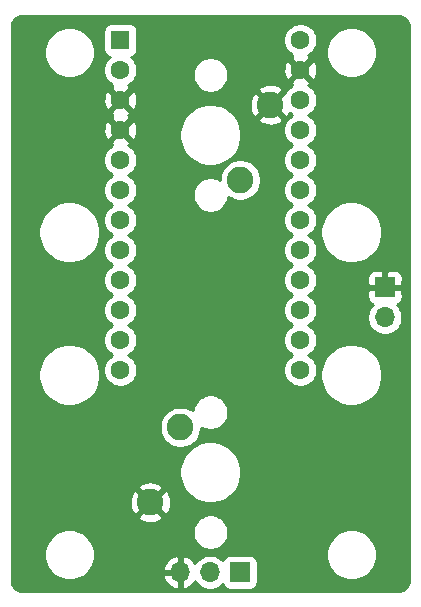
<source format=gbl>
G04 #@! TF.GenerationSoftware,KiCad,Pcbnew,(5.1.10)-1*
G04 #@! TF.CreationDate,2021-08-17T09:51:17-04:00*
G04 #@! TF.ProjectId,milkcrate,6d696c6b-6372-4617-9465-2e6b69636164,rev?*
G04 #@! TF.SameCoordinates,Original*
G04 #@! TF.FileFunction,Copper,L2,Bot*
G04 #@! TF.FilePolarity,Positive*
%FSLAX46Y46*%
G04 Gerber Fmt 4.6, Leading zero omitted, Abs format (unit mm)*
G04 Created by KiCad (PCBNEW (5.1.10)-1) date 2021-08-17 09:51:17*
%MOMM*%
%LPD*%
G01*
G04 APERTURE LIST*
G04 #@! TA.AperFunction,ComponentPad*
%ADD10C,2.250000*%
G04 #@! TD*
G04 #@! TA.AperFunction,ComponentPad*
%ADD11R,1.600000X1.600000*%
G04 #@! TD*
G04 #@! TA.AperFunction,ComponentPad*
%ADD12C,1.600000*%
G04 #@! TD*
G04 #@! TA.AperFunction,ComponentPad*
%ADD13R,1.700000X1.700000*%
G04 #@! TD*
G04 #@! TA.AperFunction,ComponentPad*
%ADD14O,1.700000X1.700000*%
G04 #@! TD*
G04 #@! TA.AperFunction,Conductor*
%ADD15C,0.254000*%
G04 #@! TD*
G04 #@! TA.AperFunction,Conductor*
%ADD16C,0.100000*%
G04 #@! TD*
G04 APERTURE END LIST*
D10*
G04 #@! TO.P,MX2,1*
G04 #@! TO.N,SW2*
X131603750Y-58896250D03*
G04 #@! TO.P,MX2,2*
G04 #@! TO.N,GND*
X129063750Y-65246250D03*
G04 #@! TD*
G04 #@! TO.P,MX1,1*
G04 #@! TO.N,SW1*
X136683750Y-37941250D03*
G04 #@! TO.P,MX1,2*
G04 #@! TO.N,GND*
X139223750Y-31591250D03*
G04 #@! TD*
D11*
G04 #@! TO.P,U1,1*
G04 #@! TO.N,Net-(U1-Pad1)*
X126523750Y-26113750D03*
D12*
G04 #@! TO.P,U1,2*
G04 #@! TO.N,Net-(U1-Pad2)*
X126523750Y-28653750D03*
G04 #@! TO.P,U1,3*
G04 #@! TO.N,GND*
X126523750Y-31193750D03*
G04 #@! TO.P,U1,4*
X126523750Y-33733750D03*
G04 #@! TO.P,U1,5*
G04 #@! TO.N,Net-(U1-Pad5)*
X126523750Y-36273750D03*
G04 #@! TO.P,U1,6*
G04 #@! TO.N,Net-(U1-Pad6)*
X126523750Y-38813750D03*
G04 #@! TO.P,U1,7*
G04 #@! TO.N,Net-(U1-Pad7)*
X126523750Y-41353750D03*
G04 #@! TO.P,U1,8*
G04 #@! TO.N,Net-(U1-Pad8)*
X126523750Y-43893750D03*
G04 #@! TO.P,U1,9*
G04 #@! TO.N,SW1*
X126523750Y-46433750D03*
G04 #@! TO.P,U1,10*
G04 #@! TO.N,SW2*
X126523750Y-48973750D03*
G04 #@! TO.P,U1,11*
G04 #@! TO.N,Net-(U1-Pad11)*
X126523750Y-51513750D03*
G04 #@! TO.P,U1,12*
G04 #@! TO.N,Net-(U1-Pad12)*
X126523750Y-54053750D03*
G04 #@! TO.P,U1,13*
G04 #@! TO.N,Net-(U1-Pad13)*
X141763750Y-54053750D03*
G04 #@! TO.P,U1,14*
G04 #@! TO.N,Net-(U1-Pad14)*
X141763750Y-51513750D03*
G04 #@! TO.P,U1,15*
G04 #@! TO.N,Net-(U1-Pad15)*
X141763750Y-48973750D03*
G04 #@! TO.P,U1,16*
G04 #@! TO.N,/RGB*
X141763750Y-46433750D03*
G04 #@! TO.P,U1,17*
G04 #@! TO.N,Net-(U1-Pad17)*
X141763750Y-43893750D03*
G04 #@! TO.P,U1,18*
G04 #@! TO.N,Net-(U1-Pad18)*
X141763750Y-41353750D03*
G04 #@! TO.P,U1,19*
G04 #@! TO.N,Net-(U1-Pad19)*
X141763750Y-38813750D03*
G04 #@! TO.P,U1,20*
G04 #@! TO.N,Net-(U1-Pad20)*
X141763750Y-36273750D03*
G04 #@! TO.P,U1,21*
G04 #@! TO.N,VCC*
X141763750Y-33733750D03*
G04 #@! TO.P,U1,22*
G04 #@! TO.N,/RST*
X141763750Y-31193750D03*
G04 #@! TO.P,U1,23*
G04 #@! TO.N,GND*
X141763750Y-28653750D03*
G04 #@! TO.P,U1,24*
G04 #@! TO.N,Net-(U1-Pad24)*
X141763750Y-26113750D03*
G04 #@! TD*
D13*
G04 #@! TO.P,J2,1*
G04 #@! TO.N,VCC*
X136652000Y-71170800D03*
D14*
G04 #@! TO.P,J2,2*
G04 #@! TO.N,/RGB*
X134112000Y-71170800D03*
G04 #@! TO.P,J2,3*
G04 #@! TO.N,GND*
X131572000Y-71170800D03*
G04 #@! TD*
D13*
G04 #@! TO.P,J1,1*
G04 #@! TO.N,GND*
X148920200Y-47053500D03*
D14*
G04 #@! TO.P,J1,2*
G04 #@! TO.N,/RST*
X148920200Y-49593500D03*
G04 #@! TD*
D15*
G04 #@! TO.N,GND*
X150230038Y-24099569D02*
X150402737Y-24151710D01*
X150562018Y-24236402D01*
X150701819Y-24350419D01*
X150816808Y-24489417D01*
X150902610Y-24648105D01*
X150955955Y-24820435D01*
X150978000Y-25030180D01*
X150978001Y-71798910D01*
X150957231Y-72010738D01*
X150905091Y-72183436D01*
X150820399Y-72342718D01*
X150706378Y-72482521D01*
X150567385Y-72597506D01*
X150408695Y-72683310D01*
X150236365Y-72736655D01*
X150026619Y-72758700D01*
X118263530Y-72758700D01*
X118051712Y-72737931D01*
X117879014Y-72685791D01*
X117719732Y-72601099D01*
X117579929Y-72487078D01*
X117464944Y-72348085D01*
X117379140Y-72189395D01*
X117325795Y-72017065D01*
X117303500Y-71804940D01*
X117303500Y-69478607D01*
X120046750Y-69478607D01*
X120046750Y-69903893D01*
X120129720Y-70321007D01*
X120292469Y-70713920D01*
X120528746Y-71067532D01*
X120829468Y-71368254D01*
X121183080Y-71604531D01*
X121575993Y-71767280D01*
X121993107Y-71850250D01*
X122418393Y-71850250D01*
X122835507Y-71767280D01*
X123228420Y-71604531D01*
X123343418Y-71527691D01*
X130130519Y-71527691D01*
X130227843Y-71802052D01*
X130376822Y-72052155D01*
X130571731Y-72268388D01*
X130805080Y-72442441D01*
X131067901Y-72567625D01*
X131215110Y-72612276D01*
X131445000Y-72490955D01*
X131445000Y-71297800D01*
X130251186Y-71297800D01*
X130130519Y-71527691D01*
X123343418Y-71527691D01*
X123582032Y-71368254D01*
X123882754Y-71067532D01*
X124052220Y-70813909D01*
X130130519Y-70813909D01*
X130251186Y-71043800D01*
X131445000Y-71043800D01*
X131445000Y-69850645D01*
X131699000Y-69850645D01*
X131699000Y-71043800D01*
X131719000Y-71043800D01*
X131719000Y-71297800D01*
X131699000Y-71297800D01*
X131699000Y-72490955D01*
X131928890Y-72612276D01*
X132076099Y-72567625D01*
X132338920Y-72442441D01*
X132572269Y-72268388D01*
X132767178Y-72052155D01*
X132836805Y-71935266D01*
X132958525Y-72117432D01*
X133165368Y-72324275D01*
X133408589Y-72486790D01*
X133678842Y-72598732D01*
X133965740Y-72655800D01*
X134258260Y-72655800D01*
X134545158Y-72598732D01*
X134815411Y-72486790D01*
X135058632Y-72324275D01*
X135190487Y-72192420D01*
X135212498Y-72264980D01*
X135271463Y-72375294D01*
X135350815Y-72471985D01*
X135447506Y-72551337D01*
X135557820Y-72610302D01*
X135677518Y-72646612D01*
X135802000Y-72658872D01*
X137502000Y-72658872D01*
X137626482Y-72646612D01*
X137746180Y-72610302D01*
X137856494Y-72551337D01*
X137953185Y-72471985D01*
X138032537Y-72375294D01*
X138091502Y-72264980D01*
X138127812Y-72145282D01*
X138140072Y-72020800D01*
X138140072Y-70320800D01*
X138127812Y-70196318D01*
X138091502Y-70076620D01*
X138032537Y-69966306D01*
X137953185Y-69869615D01*
X137856494Y-69790263D01*
X137746180Y-69731298D01*
X137626482Y-69694988D01*
X137502000Y-69682728D01*
X135802000Y-69682728D01*
X135677518Y-69694988D01*
X135557820Y-69731298D01*
X135447506Y-69790263D01*
X135350815Y-69869615D01*
X135271463Y-69966306D01*
X135212498Y-70076620D01*
X135190487Y-70149180D01*
X135058632Y-70017325D01*
X134815411Y-69854810D01*
X134545158Y-69742868D01*
X134258260Y-69685800D01*
X133965740Y-69685800D01*
X133678842Y-69742868D01*
X133408589Y-69854810D01*
X133165368Y-70017325D01*
X132958525Y-70224168D01*
X132836805Y-70406334D01*
X132767178Y-70289445D01*
X132572269Y-70073212D01*
X132338920Y-69899159D01*
X132076099Y-69773975D01*
X131928890Y-69729324D01*
X131699000Y-69850645D01*
X131445000Y-69850645D01*
X131215110Y-69729324D01*
X131067901Y-69773975D01*
X130805080Y-69899159D01*
X130571731Y-70073212D01*
X130376822Y-70289445D01*
X130227843Y-70539548D01*
X130130519Y-70813909D01*
X124052220Y-70813909D01*
X124119031Y-70713920D01*
X124281780Y-70321007D01*
X124364750Y-69903893D01*
X124364750Y-69478607D01*
X143922750Y-69478607D01*
X143922750Y-69903893D01*
X144005720Y-70321007D01*
X144168469Y-70713920D01*
X144404746Y-71067532D01*
X144705468Y-71368254D01*
X145059080Y-71604531D01*
X145451993Y-71767280D01*
X145869107Y-71850250D01*
X146294393Y-71850250D01*
X146711507Y-71767280D01*
X147104420Y-71604531D01*
X147458032Y-71368254D01*
X147758754Y-71067532D01*
X147995031Y-70713920D01*
X148157780Y-70321007D01*
X148240750Y-69903893D01*
X148240750Y-69478607D01*
X148157780Y-69061493D01*
X147995031Y-68668580D01*
X147758754Y-68314968D01*
X147458032Y-68014246D01*
X147104420Y-67777969D01*
X146711507Y-67615220D01*
X146294393Y-67532250D01*
X145869107Y-67532250D01*
X145451993Y-67615220D01*
X145059080Y-67777969D01*
X144705468Y-68014246D01*
X144404746Y-68314968D01*
X144168469Y-68668580D01*
X144005720Y-69061493D01*
X143922750Y-69478607D01*
X124364750Y-69478607D01*
X124281780Y-69061493D01*
X124119031Y-68668580D01*
X123882754Y-68314968D01*
X123582032Y-68014246D01*
X123228420Y-67777969D01*
X122889364Y-67637528D01*
X132633750Y-67637528D01*
X132633750Y-67934972D01*
X132691779Y-68226701D01*
X132805606Y-68501503D01*
X132970857Y-68748819D01*
X133181181Y-68959143D01*
X133428497Y-69124394D01*
X133703299Y-69238221D01*
X133995028Y-69296250D01*
X134292472Y-69296250D01*
X134584201Y-69238221D01*
X134859003Y-69124394D01*
X135106319Y-68959143D01*
X135316643Y-68748819D01*
X135481894Y-68501503D01*
X135595721Y-68226701D01*
X135653750Y-67934972D01*
X135653750Y-67637528D01*
X135595721Y-67345799D01*
X135481894Y-67070997D01*
X135316643Y-66823681D01*
X135106319Y-66613357D01*
X134859003Y-66448106D01*
X134584201Y-66334279D01*
X134292472Y-66276250D01*
X133995028Y-66276250D01*
X133703299Y-66334279D01*
X133428497Y-66448106D01*
X133181181Y-66613357D01*
X132970857Y-66823681D01*
X132805606Y-67070997D01*
X132691779Y-67345799D01*
X132633750Y-67637528D01*
X122889364Y-67637528D01*
X122835507Y-67615220D01*
X122418393Y-67532250D01*
X121993107Y-67532250D01*
X121575993Y-67615220D01*
X121183080Y-67777969D01*
X120829468Y-68014246D01*
X120528746Y-68314968D01*
X120292469Y-68668580D01*
X120129720Y-69061493D01*
X120046750Y-69478607D01*
X117303500Y-69478607D01*
X117303500Y-66470781D01*
X128018824Y-66470781D01*
X128129671Y-66747964D01*
X128440590Y-66901339D01*
X128775455Y-66991110D01*
X129121400Y-67013826D01*
X129465130Y-66968616D01*
X129793435Y-66857216D01*
X129997829Y-66747964D01*
X130108676Y-66470781D01*
X129063750Y-65425855D01*
X128018824Y-66470781D01*
X117303500Y-66470781D01*
X117303500Y-65303900D01*
X127296174Y-65303900D01*
X127341384Y-65647630D01*
X127452784Y-65975935D01*
X127562036Y-66180329D01*
X127839219Y-66291176D01*
X128884145Y-65246250D01*
X129243355Y-65246250D01*
X130288281Y-66291176D01*
X130565464Y-66180329D01*
X130718839Y-65869410D01*
X130808610Y-65534545D01*
X130831326Y-65188600D01*
X130786116Y-64844870D01*
X130674716Y-64516565D01*
X130565464Y-64312171D01*
X130288281Y-64201324D01*
X129243355Y-65246250D01*
X128884145Y-65246250D01*
X127839219Y-64201324D01*
X127562036Y-64312171D01*
X127408661Y-64623090D01*
X127318890Y-64957955D01*
X127296174Y-65303900D01*
X117303500Y-65303900D01*
X117303500Y-64021719D01*
X128018824Y-64021719D01*
X129063750Y-65066645D01*
X130108676Y-64021719D01*
X129997829Y-63744536D01*
X129686910Y-63591161D01*
X129352045Y-63501390D01*
X129006100Y-63478674D01*
X128662370Y-63523884D01*
X128334065Y-63635284D01*
X128129671Y-63744536D01*
X128018824Y-64021719D01*
X117303500Y-64021719D01*
X117303500Y-62447326D01*
X131514850Y-62447326D01*
X131514850Y-62965174D01*
X131615877Y-63473072D01*
X131814049Y-63951501D01*
X132101750Y-64382076D01*
X132467924Y-64748250D01*
X132898499Y-65035951D01*
X133376928Y-65234123D01*
X133884826Y-65335150D01*
X134402674Y-65335150D01*
X134910572Y-65234123D01*
X135389001Y-65035951D01*
X135819576Y-64748250D01*
X136185750Y-64382076D01*
X136473451Y-63951501D01*
X136671623Y-63473072D01*
X136772650Y-62965174D01*
X136772650Y-62447326D01*
X136671623Y-61939428D01*
X136473451Y-61460999D01*
X136185750Y-61030424D01*
X135819576Y-60664250D01*
X135389001Y-60376549D01*
X134910572Y-60178377D01*
X134402674Y-60077350D01*
X133884826Y-60077350D01*
X133376928Y-60178377D01*
X132898499Y-60376549D01*
X132467924Y-60664250D01*
X132101750Y-61030424D01*
X131814049Y-61460999D01*
X131615877Y-61939428D01*
X131514850Y-62447326D01*
X117303500Y-62447326D01*
X117303500Y-58722905D01*
X129843750Y-58722905D01*
X129843750Y-59069595D01*
X129911386Y-59409623D01*
X130044058Y-59729923D01*
X130236669Y-60018185D01*
X130481815Y-60263331D01*
X130770077Y-60455942D01*
X131090377Y-60588614D01*
X131430405Y-60656250D01*
X131777095Y-60656250D01*
X132117123Y-60588614D01*
X132437423Y-60455942D01*
X132725685Y-60263331D01*
X132970831Y-60018185D01*
X133163442Y-59729923D01*
X133296114Y-59409623D01*
X133363750Y-59069595D01*
X133363750Y-58921132D01*
X133428497Y-58964394D01*
X133703299Y-59078221D01*
X133995028Y-59136250D01*
X134292472Y-59136250D01*
X134584201Y-59078221D01*
X134859003Y-58964394D01*
X135106319Y-58799143D01*
X135316643Y-58588819D01*
X135481894Y-58341503D01*
X135595721Y-58066701D01*
X135653750Y-57774972D01*
X135653750Y-57477528D01*
X135595721Y-57185799D01*
X135481894Y-56910997D01*
X135316643Y-56663681D01*
X135106319Y-56453357D01*
X134859003Y-56288106D01*
X134584201Y-56174279D01*
X134292472Y-56116250D01*
X133995028Y-56116250D01*
X133703299Y-56174279D01*
X133428497Y-56288106D01*
X133181181Y-56453357D01*
X132970857Y-56663681D01*
X132805606Y-56910997D01*
X132691779Y-57185799D01*
X132635469Y-57468888D01*
X132437423Y-57336558D01*
X132117123Y-57203886D01*
X131777095Y-57136250D01*
X131430405Y-57136250D01*
X131090377Y-57203886D01*
X130770077Y-57336558D01*
X130481815Y-57529169D01*
X130236669Y-57774315D01*
X130044058Y-58062577D01*
X129911386Y-58382877D01*
X129843750Y-58722905D01*
X117303500Y-58722905D01*
X117303500Y-54192326D01*
X119576850Y-54192326D01*
X119576850Y-54710174D01*
X119677877Y-55218072D01*
X119876049Y-55696501D01*
X120163750Y-56127076D01*
X120529924Y-56493250D01*
X120960499Y-56780951D01*
X121438928Y-56979123D01*
X121946826Y-57080150D01*
X122464674Y-57080150D01*
X122972572Y-56979123D01*
X123451001Y-56780951D01*
X123881576Y-56493250D01*
X124247750Y-56127076D01*
X124535451Y-55696501D01*
X124733623Y-55218072D01*
X124834650Y-54710174D01*
X124834650Y-54192326D01*
X124733623Y-53684428D01*
X124535451Y-53205999D01*
X124247750Y-52775424D01*
X123881576Y-52409250D01*
X123451001Y-52121549D01*
X122972572Y-51923377D01*
X122464674Y-51822350D01*
X121946826Y-51822350D01*
X121438928Y-51923377D01*
X120960499Y-52121549D01*
X120529924Y-52409250D01*
X120163750Y-52775424D01*
X119876049Y-53205999D01*
X119677877Y-53684428D01*
X119576850Y-54192326D01*
X117303500Y-54192326D01*
X117303500Y-42127326D01*
X119576850Y-42127326D01*
X119576850Y-42645174D01*
X119677877Y-43153072D01*
X119876049Y-43631501D01*
X120163750Y-44062076D01*
X120529924Y-44428250D01*
X120960499Y-44715951D01*
X121438928Y-44914123D01*
X121946826Y-45015150D01*
X122464674Y-45015150D01*
X122972572Y-44914123D01*
X123451001Y-44715951D01*
X123881576Y-44428250D01*
X124247750Y-44062076D01*
X124535451Y-43631501D01*
X124733623Y-43153072D01*
X124834650Y-42645174D01*
X124834650Y-42127326D01*
X124733623Y-41619428D01*
X124535451Y-41140999D01*
X124247750Y-40710424D01*
X123881576Y-40344250D01*
X123451001Y-40056549D01*
X122972572Y-39858377D01*
X122464674Y-39757350D01*
X121946826Y-39757350D01*
X121438928Y-39858377D01*
X120960499Y-40056549D01*
X120529924Y-40344250D01*
X120163750Y-40710424D01*
X119876049Y-41140999D01*
X119677877Y-41619428D01*
X119576850Y-42127326D01*
X117303500Y-42127326D01*
X117303500Y-36132415D01*
X125088750Y-36132415D01*
X125088750Y-36415085D01*
X125143897Y-36692324D01*
X125252070Y-36953477D01*
X125409113Y-37188509D01*
X125608991Y-37388387D01*
X125841509Y-37543750D01*
X125608991Y-37699113D01*
X125409113Y-37898991D01*
X125252070Y-38134023D01*
X125143897Y-38395176D01*
X125088750Y-38672415D01*
X125088750Y-38955085D01*
X125143897Y-39232324D01*
X125252070Y-39493477D01*
X125409113Y-39728509D01*
X125608991Y-39928387D01*
X125841509Y-40083750D01*
X125608991Y-40239113D01*
X125409113Y-40438991D01*
X125252070Y-40674023D01*
X125143897Y-40935176D01*
X125088750Y-41212415D01*
X125088750Y-41495085D01*
X125143897Y-41772324D01*
X125252070Y-42033477D01*
X125409113Y-42268509D01*
X125608991Y-42468387D01*
X125841509Y-42623750D01*
X125608991Y-42779113D01*
X125409113Y-42978991D01*
X125252070Y-43214023D01*
X125143897Y-43475176D01*
X125088750Y-43752415D01*
X125088750Y-44035085D01*
X125143897Y-44312324D01*
X125252070Y-44573477D01*
X125409113Y-44808509D01*
X125608991Y-45008387D01*
X125841509Y-45163750D01*
X125608991Y-45319113D01*
X125409113Y-45518991D01*
X125252070Y-45754023D01*
X125143897Y-46015176D01*
X125088750Y-46292415D01*
X125088750Y-46575085D01*
X125143897Y-46852324D01*
X125252070Y-47113477D01*
X125409113Y-47348509D01*
X125608991Y-47548387D01*
X125841509Y-47703750D01*
X125608991Y-47859113D01*
X125409113Y-48058991D01*
X125252070Y-48294023D01*
X125143897Y-48555176D01*
X125088750Y-48832415D01*
X125088750Y-49115085D01*
X125143897Y-49392324D01*
X125252070Y-49653477D01*
X125409113Y-49888509D01*
X125608991Y-50088387D01*
X125841509Y-50243750D01*
X125608991Y-50399113D01*
X125409113Y-50598991D01*
X125252070Y-50834023D01*
X125143897Y-51095176D01*
X125088750Y-51372415D01*
X125088750Y-51655085D01*
X125143897Y-51932324D01*
X125252070Y-52193477D01*
X125409113Y-52428509D01*
X125608991Y-52628387D01*
X125841509Y-52783750D01*
X125608991Y-52939113D01*
X125409113Y-53138991D01*
X125252070Y-53374023D01*
X125143897Y-53635176D01*
X125088750Y-53912415D01*
X125088750Y-54195085D01*
X125143897Y-54472324D01*
X125252070Y-54733477D01*
X125409113Y-54968509D01*
X125608991Y-55168387D01*
X125844023Y-55325430D01*
X126105176Y-55433603D01*
X126382415Y-55488750D01*
X126665085Y-55488750D01*
X126942324Y-55433603D01*
X127203477Y-55325430D01*
X127438509Y-55168387D01*
X127638387Y-54968509D01*
X127795430Y-54733477D01*
X127903603Y-54472324D01*
X127958750Y-54195085D01*
X127958750Y-53912415D01*
X127903603Y-53635176D01*
X127795430Y-53374023D01*
X127638387Y-53138991D01*
X127438509Y-52939113D01*
X127205991Y-52783750D01*
X127438509Y-52628387D01*
X127638387Y-52428509D01*
X127795430Y-52193477D01*
X127903603Y-51932324D01*
X127958750Y-51655085D01*
X127958750Y-51372415D01*
X127903603Y-51095176D01*
X127795430Y-50834023D01*
X127638387Y-50598991D01*
X127438509Y-50399113D01*
X127205991Y-50243750D01*
X127438509Y-50088387D01*
X127638387Y-49888509D01*
X127795430Y-49653477D01*
X127903603Y-49392324D01*
X127958750Y-49115085D01*
X127958750Y-48832415D01*
X127903603Y-48555176D01*
X127795430Y-48294023D01*
X127638387Y-48058991D01*
X127438509Y-47859113D01*
X127205991Y-47703750D01*
X127438509Y-47548387D01*
X127638387Y-47348509D01*
X127795430Y-47113477D01*
X127903603Y-46852324D01*
X127958750Y-46575085D01*
X127958750Y-46292415D01*
X127903603Y-46015176D01*
X127795430Y-45754023D01*
X127638387Y-45518991D01*
X127438509Y-45319113D01*
X127205991Y-45163750D01*
X127438509Y-45008387D01*
X127638387Y-44808509D01*
X127795430Y-44573477D01*
X127903603Y-44312324D01*
X127958750Y-44035085D01*
X127958750Y-43752415D01*
X127903603Y-43475176D01*
X127795430Y-43214023D01*
X127638387Y-42978991D01*
X127438509Y-42779113D01*
X127205991Y-42623750D01*
X127438509Y-42468387D01*
X127638387Y-42268509D01*
X127795430Y-42033477D01*
X127903603Y-41772324D01*
X127958750Y-41495085D01*
X127958750Y-41212415D01*
X127903603Y-40935176D01*
X127795430Y-40674023D01*
X127638387Y-40438991D01*
X127438509Y-40239113D01*
X127205991Y-40083750D01*
X127438509Y-39928387D01*
X127638387Y-39728509D01*
X127795430Y-39493477D01*
X127903603Y-39232324D01*
X127937377Y-39062528D01*
X132633750Y-39062528D01*
X132633750Y-39359972D01*
X132691779Y-39651701D01*
X132805606Y-39926503D01*
X132970857Y-40173819D01*
X133181181Y-40384143D01*
X133428497Y-40549394D01*
X133703299Y-40663221D01*
X133995028Y-40721250D01*
X134292472Y-40721250D01*
X134584201Y-40663221D01*
X134859003Y-40549394D01*
X135106319Y-40384143D01*
X135316643Y-40173819D01*
X135481894Y-39926503D01*
X135595721Y-39651701D01*
X135652031Y-39368612D01*
X135850077Y-39500942D01*
X136170377Y-39633614D01*
X136510405Y-39701250D01*
X136857095Y-39701250D01*
X137197123Y-39633614D01*
X137517423Y-39500942D01*
X137805685Y-39308331D01*
X138050831Y-39063185D01*
X138243442Y-38774923D01*
X138376114Y-38454623D01*
X138443750Y-38114595D01*
X138443750Y-37767905D01*
X138376114Y-37427877D01*
X138243442Y-37107577D01*
X138050831Y-36819315D01*
X137805685Y-36574169D01*
X137517423Y-36381558D01*
X137197123Y-36248886D01*
X136857095Y-36181250D01*
X136510405Y-36181250D01*
X136170377Y-36248886D01*
X135850077Y-36381558D01*
X135561815Y-36574169D01*
X135316669Y-36819315D01*
X135124058Y-37107577D01*
X134991386Y-37427877D01*
X134923750Y-37767905D01*
X134923750Y-37916368D01*
X134859003Y-37873106D01*
X134584201Y-37759279D01*
X134292472Y-37701250D01*
X133995028Y-37701250D01*
X133703299Y-37759279D01*
X133428497Y-37873106D01*
X133181181Y-38038357D01*
X132970857Y-38248681D01*
X132805606Y-38495997D01*
X132691779Y-38770799D01*
X132633750Y-39062528D01*
X127937377Y-39062528D01*
X127958750Y-38955085D01*
X127958750Y-38672415D01*
X127903603Y-38395176D01*
X127795430Y-38134023D01*
X127638387Y-37898991D01*
X127438509Y-37699113D01*
X127205991Y-37543750D01*
X127438509Y-37388387D01*
X127638387Y-37188509D01*
X127795430Y-36953477D01*
X127903603Y-36692324D01*
X127958750Y-36415085D01*
X127958750Y-36132415D01*
X127903603Y-35855176D01*
X127795430Y-35594023D01*
X127638387Y-35358991D01*
X127438509Y-35159113D01*
X127204622Y-35002835D01*
X127265264Y-34970421D01*
X127336847Y-34726452D01*
X126523750Y-33913355D01*
X125710653Y-34726452D01*
X125782236Y-34970421D01*
X125846742Y-35000944D01*
X125844023Y-35002070D01*
X125608991Y-35159113D01*
X125409113Y-35358991D01*
X125252070Y-35594023D01*
X125143897Y-35855176D01*
X125088750Y-36132415D01*
X117303500Y-36132415D01*
X117303500Y-33804262D01*
X125083533Y-33804262D01*
X125124963Y-34083880D01*
X125220147Y-34350042D01*
X125287079Y-34475264D01*
X125531048Y-34546847D01*
X126344145Y-33733750D01*
X126703355Y-33733750D01*
X127516452Y-34546847D01*
X127760421Y-34475264D01*
X127881321Y-34219754D01*
X127950050Y-33945566D01*
X127953660Y-33872326D01*
X131514850Y-33872326D01*
X131514850Y-34390174D01*
X131615877Y-34898072D01*
X131814049Y-35376501D01*
X132101750Y-35807076D01*
X132467924Y-36173250D01*
X132898499Y-36460951D01*
X133376928Y-36659123D01*
X133884826Y-36760150D01*
X134402674Y-36760150D01*
X134910572Y-36659123D01*
X135389001Y-36460951D01*
X135819576Y-36173250D01*
X136185750Y-35807076D01*
X136473451Y-35376501D01*
X136671623Y-34898072D01*
X136772650Y-34390174D01*
X136772650Y-33872326D01*
X136671623Y-33364428D01*
X136473451Y-32885999D01*
X136426533Y-32815781D01*
X138178824Y-32815781D01*
X138289671Y-33092964D01*
X138600590Y-33246339D01*
X138935455Y-33336110D01*
X139281400Y-33358826D01*
X139625130Y-33313616D01*
X139953435Y-33202216D01*
X140157829Y-33092964D01*
X140268676Y-32815781D01*
X139223750Y-31770855D01*
X138178824Y-32815781D01*
X136426533Y-32815781D01*
X136185750Y-32455424D01*
X135819576Y-32089250D01*
X135389001Y-31801549D01*
X135020475Y-31648900D01*
X137456174Y-31648900D01*
X137501384Y-31992630D01*
X137612784Y-32320935D01*
X137722036Y-32525329D01*
X137999219Y-32636176D01*
X139044145Y-31591250D01*
X139403355Y-31591250D01*
X140448281Y-32636176D01*
X140725464Y-32525329D01*
X140837935Y-32297331D01*
X140848991Y-32308387D01*
X141081509Y-32463750D01*
X140848991Y-32619113D01*
X140649113Y-32818991D01*
X140492070Y-33054023D01*
X140383897Y-33315176D01*
X140328750Y-33592415D01*
X140328750Y-33875085D01*
X140383897Y-34152324D01*
X140492070Y-34413477D01*
X140649113Y-34648509D01*
X140848991Y-34848387D01*
X141081509Y-35003750D01*
X140848991Y-35159113D01*
X140649113Y-35358991D01*
X140492070Y-35594023D01*
X140383897Y-35855176D01*
X140328750Y-36132415D01*
X140328750Y-36415085D01*
X140383897Y-36692324D01*
X140492070Y-36953477D01*
X140649113Y-37188509D01*
X140848991Y-37388387D01*
X141081509Y-37543750D01*
X140848991Y-37699113D01*
X140649113Y-37898991D01*
X140492070Y-38134023D01*
X140383897Y-38395176D01*
X140328750Y-38672415D01*
X140328750Y-38955085D01*
X140383897Y-39232324D01*
X140492070Y-39493477D01*
X140649113Y-39728509D01*
X140848991Y-39928387D01*
X141081509Y-40083750D01*
X140848991Y-40239113D01*
X140649113Y-40438991D01*
X140492070Y-40674023D01*
X140383897Y-40935176D01*
X140328750Y-41212415D01*
X140328750Y-41495085D01*
X140383897Y-41772324D01*
X140492070Y-42033477D01*
X140649113Y-42268509D01*
X140848991Y-42468387D01*
X141081509Y-42623750D01*
X140848991Y-42779113D01*
X140649113Y-42978991D01*
X140492070Y-43214023D01*
X140383897Y-43475176D01*
X140328750Y-43752415D01*
X140328750Y-44035085D01*
X140383897Y-44312324D01*
X140492070Y-44573477D01*
X140649113Y-44808509D01*
X140848991Y-45008387D01*
X141081509Y-45163750D01*
X140848991Y-45319113D01*
X140649113Y-45518991D01*
X140492070Y-45754023D01*
X140383897Y-46015176D01*
X140328750Y-46292415D01*
X140328750Y-46575085D01*
X140383897Y-46852324D01*
X140492070Y-47113477D01*
X140649113Y-47348509D01*
X140848991Y-47548387D01*
X141081509Y-47703750D01*
X140848991Y-47859113D01*
X140649113Y-48058991D01*
X140492070Y-48294023D01*
X140383897Y-48555176D01*
X140328750Y-48832415D01*
X140328750Y-49115085D01*
X140383897Y-49392324D01*
X140492070Y-49653477D01*
X140649113Y-49888509D01*
X140848991Y-50088387D01*
X141081509Y-50243750D01*
X140848991Y-50399113D01*
X140649113Y-50598991D01*
X140492070Y-50834023D01*
X140383897Y-51095176D01*
X140328750Y-51372415D01*
X140328750Y-51655085D01*
X140383897Y-51932324D01*
X140492070Y-52193477D01*
X140649113Y-52428509D01*
X140848991Y-52628387D01*
X141081509Y-52783750D01*
X140848991Y-52939113D01*
X140649113Y-53138991D01*
X140492070Y-53374023D01*
X140383897Y-53635176D01*
X140328750Y-53912415D01*
X140328750Y-54195085D01*
X140383897Y-54472324D01*
X140492070Y-54733477D01*
X140649113Y-54968509D01*
X140848991Y-55168387D01*
X141084023Y-55325430D01*
X141345176Y-55433603D01*
X141622415Y-55488750D01*
X141905085Y-55488750D01*
X142182324Y-55433603D01*
X142443477Y-55325430D01*
X142678509Y-55168387D01*
X142878387Y-54968509D01*
X143035430Y-54733477D01*
X143143603Y-54472324D01*
X143198750Y-54195085D01*
X143198750Y-54192326D01*
X143452850Y-54192326D01*
X143452850Y-54710174D01*
X143553877Y-55218072D01*
X143752049Y-55696501D01*
X144039750Y-56127076D01*
X144405924Y-56493250D01*
X144836499Y-56780951D01*
X145314928Y-56979123D01*
X145822826Y-57080150D01*
X146340674Y-57080150D01*
X146848572Y-56979123D01*
X147327001Y-56780951D01*
X147757576Y-56493250D01*
X148123750Y-56127076D01*
X148411451Y-55696501D01*
X148609623Y-55218072D01*
X148710650Y-54710174D01*
X148710650Y-54192326D01*
X148609623Y-53684428D01*
X148411451Y-53205999D01*
X148123750Y-52775424D01*
X147757576Y-52409250D01*
X147327001Y-52121549D01*
X146848572Y-51923377D01*
X146340674Y-51822350D01*
X145822826Y-51822350D01*
X145314928Y-51923377D01*
X144836499Y-52121549D01*
X144405924Y-52409250D01*
X144039750Y-52775424D01*
X143752049Y-53205999D01*
X143553877Y-53684428D01*
X143452850Y-54192326D01*
X143198750Y-54192326D01*
X143198750Y-53912415D01*
X143143603Y-53635176D01*
X143035430Y-53374023D01*
X142878387Y-53138991D01*
X142678509Y-52939113D01*
X142445991Y-52783750D01*
X142678509Y-52628387D01*
X142878387Y-52428509D01*
X143035430Y-52193477D01*
X143143603Y-51932324D01*
X143198750Y-51655085D01*
X143198750Y-51372415D01*
X143143603Y-51095176D01*
X143035430Y-50834023D01*
X142878387Y-50598991D01*
X142678509Y-50399113D01*
X142445991Y-50243750D01*
X142678509Y-50088387D01*
X142878387Y-49888509D01*
X143035430Y-49653477D01*
X143143603Y-49392324D01*
X143198750Y-49115085D01*
X143198750Y-48832415D01*
X143143603Y-48555176D01*
X143035430Y-48294023D01*
X142878387Y-48058991D01*
X142722896Y-47903500D01*
X147432128Y-47903500D01*
X147444388Y-48027982D01*
X147480698Y-48147680D01*
X147539663Y-48257994D01*
X147619015Y-48354685D01*
X147715706Y-48434037D01*
X147826020Y-48493002D01*
X147898580Y-48515013D01*
X147766725Y-48646868D01*
X147604210Y-48890089D01*
X147492268Y-49160342D01*
X147435200Y-49447240D01*
X147435200Y-49739760D01*
X147492268Y-50026658D01*
X147604210Y-50296911D01*
X147766725Y-50540132D01*
X147973568Y-50746975D01*
X148216789Y-50909490D01*
X148487042Y-51021432D01*
X148773940Y-51078500D01*
X149066460Y-51078500D01*
X149353358Y-51021432D01*
X149623611Y-50909490D01*
X149866832Y-50746975D01*
X150073675Y-50540132D01*
X150236190Y-50296911D01*
X150348132Y-50026658D01*
X150405200Y-49739760D01*
X150405200Y-49447240D01*
X150348132Y-49160342D01*
X150236190Y-48890089D01*
X150073675Y-48646868D01*
X149941820Y-48515013D01*
X150014380Y-48493002D01*
X150124694Y-48434037D01*
X150221385Y-48354685D01*
X150300737Y-48257994D01*
X150359702Y-48147680D01*
X150396012Y-48027982D01*
X150408272Y-47903500D01*
X150405200Y-47339250D01*
X150246450Y-47180500D01*
X149047200Y-47180500D01*
X149047200Y-47200500D01*
X148793200Y-47200500D01*
X148793200Y-47180500D01*
X147593950Y-47180500D01*
X147435200Y-47339250D01*
X147432128Y-47903500D01*
X142722896Y-47903500D01*
X142678509Y-47859113D01*
X142445991Y-47703750D01*
X142678509Y-47548387D01*
X142878387Y-47348509D01*
X143035430Y-47113477D01*
X143143603Y-46852324D01*
X143198750Y-46575085D01*
X143198750Y-46292415D01*
X143181064Y-46203500D01*
X147432128Y-46203500D01*
X147435200Y-46767750D01*
X147593950Y-46926500D01*
X148793200Y-46926500D01*
X148793200Y-45727250D01*
X149047200Y-45727250D01*
X149047200Y-46926500D01*
X150246450Y-46926500D01*
X150405200Y-46767750D01*
X150408272Y-46203500D01*
X150396012Y-46079018D01*
X150359702Y-45959320D01*
X150300737Y-45849006D01*
X150221385Y-45752315D01*
X150124694Y-45672963D01*
X150014380Y-45613998D01*
X149894682Y-45577688D01*
X149770200Y-45565428D01*
X149205950Y-45568500D01*
X149047200Y-45727250D01*
X148793200Y-45727250D01*
X148634450Y-45568500D01*
X148070200Y-45565428D01*
X147945718Y-45577688D01*
X147826020Y-45613998D01*
X147715706Y-45672963D01*
X147619015Y-45752315D01*
X147539663Y-45849006D01*
X147480698Y-45959320D01*
X147444388Y-46079018D01*
X147432128Y-46203500D01*
X143181064Y-46203500D01*
X143143603Y-46015176D01*
X143035430Y-45754023D01*
X142878387Y-45518991D01*
X142678509Y-45319113D01*
X142445991Y-45163750D01*
X142678509Y-45008387D01*
X142878387Y-44808509D01*
X143035430Y-44573477D01*
X143143603Y-44312324D01*
X143198750Y-44035085D01*
X143198750Y-43752415D01*
X143143603Y-43475176D01*
X143035430Y-43214023D01*
X142878387Y-42978991D01*
X142678509Y-42779113D01*
X142445991Y-42623750D01*
X142678509Y-42468387D01*
X142878387Y-42268509D01*
X142972722Y-42127326D01*
X143452850Y-42127326D01*
X143452850Y-42645174D01*
X143553877Y-43153072D01*
X143752049Y-43631501D01*
X144039750Y-44062076D01*
X144405924Y-44428250D01*
X144836499Y-44715951D01*
X145314928Y-44914123D01*
X145822826Y-45015150D01*
X146340674Y-45015150D01*
X146848572Y-44914123D01*
X147327001Y-44715951D01*
X147757576Y-44428250D01*
X148123750Y-44062076D01*
X148411451Y-43631501D01*
X148609623Y-43153072D01*
X148710650Y-42645174D01*
X148710650Y-42127326D01*
X148609623Y-41619428D01*
X148411451Y-41140999D01*
X148123750Y-40710424D01*
X147757576Y-40344250D01*
X147327001Y-40056549D01*
X146848572Y-39858377D01*
X146340674Y-39757350D01*
X145822826Y-39757350D01*
X145314928Y-39858377D01*
X144836499Y-40056549D01*
X144405924Y-40344250D01*
X144039750Y-40710424D01*
X143752049Y-41140999D01*
X143553877Y-41619428D01*
X143452850Y-42127326D01*
X142972722Y-42127326D01*
X143035430Y-42033477D01*
X143143603Y-41772324D01*
X143198750Y-41495085D01*
X143198750Y-41212415D01*
X143143603Y-40935176D01*
X143035430Y-40674023D01*
X142878387Y-40438991D01*
X142678509Y-40239113D01*
X142445991Y-40083750D01*
X142678509Y-39928387D01*
X142878387Y-39728509D01*
X143035430Y-39493477D01*
X143143603Y-39232324D01*
X143198750Y-38955085D01*
X143198750Y-38672415D01*
X143143603Y-38395176D01*
X143035430Y-38134023D01*
X142878387Y-37898991D01*
X142678509Y-37699113D01*
X142445991Y-37543750D01*
X142678509Y-37388387D01*
X142878387Y-37188509D01*
X143035430Y-36953477D01*
X143143603Y-36692324D01*
X143198750Y-36415085D01*
X143198750Y-36132415D01*
X143143603Y-35855176D01*
X143035430Y-35594023D01*
X142878387Y-35358991D01*
X142678509Y-35159113D01*
X142445991Y-35003750D01*
X142678509Y-34848387D01*
X142878387Y-34648509D01*
X143035430Y-34413477D01*
X143143603Y-34152324D01*
X143198750Y-33875085D01*
X143198750Y-33592415D01*
X143143603Y-33315176D01*
X143035430Y-33054023D01*
X142878387Y-32818991D01*
X142678509Y-32619113D01*
X142445991Y-32463750D01*
X142678509Y-32308387D01*
X142878387Y-32108509D01*
X143035430Y-31873477D01*
X143143603Y-31612324D01*
X143198750Y-31335085D01*
X143198750Y-31052415D01*
X143143603Y-30775176D01*
X143035430Y-30514023D01*
X142878387Y-30278991D01*
X142678509Y-30079113D01*
X142444622Y-29922835D01*
X142505264Y-29890421D01*
X142576847Y-29646452D01*
X141763750Y-28833355D01*
X140950653Y-29646452D01*
X141022236Y-29890421D01*
X141086742Y-29920944D01*
X141084023Y-29922070D01*
X140848991Y-30079113D01*
X140649113Y-30278991D01*
X140492070Y-30514023D01*
X140474369Y-30556757D01*
X140448281Y-30546324D01*
X139403355Y-31591250D01*
X139044145Y-31591250D01*
X137999219Y-30546324D01*
X137722036Y-30657171D01*
X137568661Y-30968090D01*
X137478890Y-31302955D01*
X137456174Y-31648900D01*
X135020475Y-31648900D01*
X134910572Y-31603377D01*
X134402674Y-31502350D01*
X133884826Y-31502350D01*
X133376928Y-31603377D01*
X132898499Y-31801549D01*
X132467924Y-32089250D01*
X132101750Y-32455424D01*
X131814049Y-32885999D01*
X131615877Y-33364428D01*
X131514850Y-33872326D01*
X127953660Y-33872326D01*
X127963967Y-33663238D01*
X127922537Y-33383620D01*
X127827353Y-33117458D01*
X127760421Y-32992236D01*
X127516452Y-32920653D01*
X126703355Y-33733750D01*
X126344145Y-33733750D01*
X125531048Y-32920653D01*
X125287079Y-32992236D01*
X125166179Y-33247746D01*
X125097450Y-33521934D01*
X125083533Y-33804262D01*
X117303500Y-33804262D01*
X117303500Y-32186452D01*
X125710653Y-32186452D01*
X125782236Y-32430421D01*
X125848386Y-32461721D01*
X125782236Y-32497079D01*
X125710653Y-32741048D01*
X126523750Y-33554145D01*
X127336847Y-32741048D01*
X127265264Y-32497079D01*
X127199114Y-32465779D01*
X127265264Y-32430421D01*
X127336847Y-32186452D01*
X126523750Y-31373355D01*
X125710653Y-32186452D01*
X117303500Y-32186452D01*
X117303500Y-31264262D01*
X125083533Y-31264262D01*
X125124963Y-31543880D01*
X125220147Y-31810042D01*
X125287079Y-31935264D01*
X125531048Y-32006847D01*
X126344145Y-31193750D01*
X126703355Y-31193750D01*
X127516452Y-32006847D01*
X127760421Y-31935264D01*
X127881321Y-31679754D01*
X127950050Y-31405566D01*
X127963967Y-31123238D01*
X127922537Y-30843620D01*
X127827353Y-30577458D01*
X127760421Y-30452236D01*
X127516452Y-30380653D01*
X126703355Y-31193750D01*
X126344145Y-31193750D01*
X125531048Y-30380653D01*
X125287079Y-30452236D01*
X125166179Y-30707746D01*
X125097450Y-30981934D01*
X125083533Y-31264262D01*
X117303500Y-31264262D01*
X117303500Y-26933607D01*
X120046750Y-26933607D01*
X120046750Y-27358893D01*
X120129720Y-27776007D01*
X120292469Y-28168920D01*
X120528746Y-28522532D01*
X120829468Y-28823254D01*
X121183080Y-29059531D01*
X121575993Y-29222280D01*
X121993107Y-29305250D01*
X122418393Y-29305250D01*
X122835507Y-29222280D01*
X123228420Y-29059531D01*
X123582032Y-28823254D01*
X123882754Y-28522532D01*
X124119031Y-28168920D01*
X124281780Y-27776007D01*
X124364750Y-27358893D01*
X124364750Y-26933607D01*
X124281780Y-26516493D01*
X124119031Y-26123580D01*
X123882754Y-25769968D01*
X123582032Y-25469246D01*
X123349317Y-25313750D01*
X125085678Y-25313750D01*
X125085678Y-26913750D01*
X125097938Y-27038232D01*
X125134248Y-27157930D01*
X125193213Y-27268244D01*
X125272565Y-27364935D01*
X125369256Y-27444287D01*
X125479570Y-27503252D01*
X125599268Y-27539562D01*
X125607711Y-27540393D01*
X125409113Y-27738991D01*
X125252070Y-27974023D01*
X125143897Y-28235176D01*
X125088750Y-28512415D01*
X125088750Y-28795085D01*
X125143897Y-29072324D01*
X125252070Y-29333477D01*
X125409113Y-29568509D01*
X125608991Y-29768387D01*
X125842878Y-29924665D01*
X125782236Y-29957079D01*
X125710653Y-30201048D01*
X126523750Y-31014145D01*
X127336847Y-30201048D01*
X127265264Y-29957079D01*
X127200758Y-29926556D01*
X127203477Y-29925430D01*
X127438509Y-29768387D01*
X127638387Y-29568509D01*
X127795430Y-29333477D01*
X127903603Y-29072324D01*
X127937377Y-28902528D01*
X132633750Y-28902528D01*
X132633750Y-29199972D01*
X132691779Y-29491701D01*
X132805606Y-29766503D01*
X132970857Y-30013819D01*
X133181181Y-30224143D01*
X133428497Y-30389394D01*
X133703299Y-30503221D01*
X133995028Y-30561250D01*
X134292472Y-30561250D01*
X134584201Y-30503221D01*
X134859003Y-30389394D01*
X134892938Y-30366719D01*
X138178824Y-30366719D01*
X139223750Y-31411645D01*
X140268676Y-30366719D01*
X140157829Y-30089536D01*
X139846910Y-29936161D01*
X139512045Y-29846390D01*
X139166100Y-29823674D01*
X138822370Y-29868884D01*
X138494065Y-29980284D01*
X138289671Y-30089536D01*
X138178824Y-30366719D01*
X134892938Y-30366719D01*
X135106319Y-30224143D01*
X135316643Y-30013819D01*
X135481894Y-29766503D01*
X135595721Y-29491701D01*
X135653750Y-29199972D01*
X135653750Y-28902528D01*
X135618291Y-28724262D01*
X140323533Y-28724262D01*
X140364963Y-29003880D01*
X140460147Y-29270042D01*
X140527079Y-29395264D01*
X140771048Y-29466847D01*
X141584145Y-28653750D01*
X141943355Y-28653750D01*
X142756452Y-29466847D01*
X143000421Y-29395264D01*
X143121321Y-29139754D01*
X143190050Y-28865566D01*
X143203967Y-28583238D01*
X143162537Y-28303620D01*
X143067353Y-28037458D01*
X143000421Y-27912236D01*
X142756452Y-27840653D01*
X141943355Y-28653750D01*
X141584145Y-28653750D01*
X140771048Y-27840653D01*
X140527079Y-27912236D01*
X140406179Y-28167746D01*
X140337450Y-28441934D01*
X140323533Y-28724262D01*
X135618291Y-28724262D01*
X135595721Y-28610799D01*
X135481894Y-28335997D01*
X135316643Y-28088681D01*
X135106319Y-27878357D01*
X134859003Y-27713106D01*
X134584201Y-27599279D01*
X134292472Y-27541250D01*
X133995028Y-27541250D01*
X133703299Y-27599279D01*
X133428497Y-27713106D01*
X133181181Y-27878357D01*
X132970857Y-28088681D01*
X132805606Y-28335997D01*
X132691779Y-28610799D01*
X132633750Y-28902528D01*
X127937377Y-28902528D01*
X127958750Y-28795085D01*
X127958750Y-28512415D01*
X127903603Y-28235176D01*
X127795430Y-27974023D01*
X127638387Y-27738991D01*
X127439789Y-27540393D01*
X127448232Y-27539562D01*
X127567930Y-27503252D01*
X127678244Y-27444287D01*
X127774935Y-27364935D01*
X127854287Y-27268244D01*
X127913252Y-27157930D01*
X127949562Y-27038232D01*
X127961822Y-26913750D01*
X127961822Y-25972415D01*
X140328750Y-25972415D01*
X140328750Y-26255085D01*
X140383897Y-26532324D01*
X140492070Y-26793477D01*
X140649113Y-27028509D01*
X140848991Y-27228387D01*
X141082878Y-27384665D01*
X141022236Y-27417079D01*
X140950653Y-27661048D01*
X141763750Y-28474145D01*
X142576847Y-27661048D01*
X142505264Y-27417079D01*
X142440758Y-27386556D01*
X142443477Y-27385430D01*
X142678509Y-27228387D01*
X142878387Y-27028509D01*
X142941798Y-26933607D01*
X143922750Y-26933607D01*
X143922750Y-27358893D01*
X144005720Y-27776007D01*
X144168469Y-28168920D01*
X144404746Y-28522532D01*
X144705468Y-28823254D01*
X145059080Y-29059531D01*
X145451993Y-29222280D01*
X145869107Y-29305250D01*
X146294393Y-29305250D01*
X146711507Y-29222280D01*
X147104420Y-29059531D01*
X147458032Y-28823254D01*
X147758754Y-28522532D01*
X147995031Y-28168920D01*
X148157780Y-27776007D01*
X148240750Y-27358893D01*
X148240750Y-26933607D01*
X148157780Y-26516493D01*
X147995031Y-26123580D01*
X147758754Y-25769968D01*
X147458032Y-25469246D01*
X147104420Y-25232969D01*
X146711507Y-25070220D01*
X146294393Y-24987250D01*
X145869107Y-24987250D01*
X145451993Y-25070220D01*
X145059080Y-25232969D01*
X144705468Y-25469246D01*
X144404746Y-25769968D01*
X144168469Y-26123580D01*
X144005720Y-26516493D01*
X143922750Y-26933607D01*
X142941798Y-26933607D01*
X143035430Y-26793477D01*
X143143603Y-26532324D01*
X143198750Y-26255085D01*
X143198750Y-25972415D01*
X143143603Y-25695176D01*
X143035430Y-25434023D01*
X142878387Y-25198991D01*
X142678509Y-24999113D01*
X142443477Y-24842070D01*
X142182324Y-24733897D01*
X141905085Y-24678750D01*
X141622415Y-24678750D01*
X141345176Y-24733897D01*
X141084023Y-24842070D01*
X140848991Y-24999113D01*
X140649113Y-25198991D01*
X140492070Y-25434023D01*
X140383897Y-25695176D01*
X140328750Y-25972415D01*
X127961822Y-25972415D01*
X127961822Y-25313750D01*
X127949562Y-25189268D01*
X127913252Y-25069570D01*
X127854287Y-24959256D01*
X127774935Y-24862565D01*
X127678244Y-24783213D01*
X127567930Y-24724248D01*
X127448232Y-24687938D01*
X127323750Y-24675678D01*
X125723750Y-24675678D01*
X125599268Y-24687938D01*
X125479570Y-24724248D01*
X125369256Y-24783213D01*
X125272565Y-24862565D01*
X125193213Y-24959256D01*
X125134248Y-25069570D01*
X125097938Y-25189268D01*
X125085678Y-25313750D01*
X123349317Y-25313750D01*
X123228420Y-25232969D01*
X122835507Y-25070220D01*
X122418393Y-24987250D01*
X121993107Y-24987250D01*
X121575993Y-25070220D01*
X121183080Y-25232969D01*
X120829468Y-25469246D01*
X120528746Y-25769968D01*
X120292469Y-26123580D01*
X120129720Y-26516493D01*
X120046750Y-26933607D01*
X117303500Y-26933607D01*
X117303500Y-25036079D01*
X117324269Y-24824262D01*
X117376410Y-24651563D01*
X117461102Y-24492282D01*
X117575119Y-24352481D01*
X117714117Y-24237492D01*
X117872805Y-24151690D01*
X118045135Y-24098345D01*
X118231094Y-24078800D01*
X150018221Y-24078800D01*
X150230038Y-24099569D01*
G04 #@! TA.AperFunction,Conductor*
D16*
G36*
X150230038Y-24099569D02*
G01*
X150402737Y-24151710D01*
X150562018Y-24236402D01*
X150701819Y-24350419D01*
X150816808Y-24489417D01*
X150902610Y-24648105D01*
X150955955Y-24820435D01*
X150978000Y-25030180D01*
X150978001Y-71798910D01*
X150957231Y-72010738D01*
X150905091Y-72183436D01*
X150820399Y-72342718D01*
X150706378Y-72482521D01*
X150567385Y-72597506D01*
X150408695Y-72683310D01*
X150236365Y-72736655D01*
X150026619Y-72758700D01*
X118263530Y-72758700D01*
X118051712Y-72737931D01*
X117879014Y-72685791D01*
X117719732Y-72601099D01*
X117579929Y-72487078D01*
X117464944Y-72348085D01*
X117379140Y-72189395D01*
X117325795Y-72017065D01*
X117303500Y-71804940D01*
X117303500Y-69478607D01*
X120046750Y-69478607D01*
X120046750Y-69903893D01*
X120129720Y-70321007D01*
X120292469Y-70713920D01*
X120528746Y-71067532D01*
X120829468Y-71368254D01*
X121183080Y-71604531D01*
X121575993Y-71767280D01*
X121993107Y-71850250D01*
X122418393Y-71850250D01*
X122835507Y-71767280D01*
X123228420Y-71604531D01*
X123343418Y-71527691D01*
X130130519Y-71527691D01*
X130227843Y-71802052D01*
X130376822Y-72052155D01*
X130571731Y-72268388D01*
X130805080Y-72442441D01*
X131067901Y-72567625D01*
X131215110Y-72612276D01*
X131445000Y-72490955D01*
X131445000Y-71297800D01*
X130251186Y-71297800D01*
X130130519Y-71527691D01*
X123343418Y-71527691D01*
X123582032Y-71368254D01*
X123882754Y-71067532D01*
X124052220Y-70813909D01*
X130130519Y-70813909D01*
X130251186Y-71043800D01*
X131445000Y-71043800D01*
X131445000Y-69850645D01*
X131699000Y-69850645D01*
X131699000Y-71043800D01*
X131719000Y-71043800D01*
X131719000Y-71297800D01*
X131699000Y-71297800D01*
X131699000Y-72490955D01*
X131928890Y-72612276D01*
X132076099Y-72567625D01*
X132338920Y-72442441D01*
X132572269Y-72268388D01*
X132767178Y-72052155D01*
X132836805Y-71935266D01*
X132958525Y-72117432D01*
X133165368Y-72324275D01*
X133408589Y-72486790D01*
X133678842Y-72598732D01*
X133965740Y-72655800D01*
X134258260Y-72655800D01*
X134545158Y-72598732D01*
X134815411Y-72486790D01*
X135058632Y-72324275D01*
X135190487Y-72192420D01*
X135212498Y-72264980D01*
X135271463Y-72375294D01*
X135350815Y-72471985D01*
X135447506Y-72551337D01*
X135557820Y-72610302D01*
X135677518Y-72646612D01*
X135802000Y-72658872D01*
X137502000Y-72658872D01*
X137626482Y-72646612D01*
X137746180Y-72610302D01*
X137856494Y-72551337D01*
X137953185Y-72471985D01*
X138032537Y-72375294D01*
X138091502Y-72264980D01*
X138127812Y-72145282D01*
X138140072Y-72020800D01*
X138140072Y-70320800D01*
X138127812Y-70196318D01*
X138091502Y-70076620D01*
X138032537Y-69966306D01*
X137953185Y-69869615D01*
X137856494Y-69790263D01*
X137746180Y-69731298D01*
X137626482Y-69694988D01*
X137502000Y-69682728D01*
X135802000Y-69682728D01*
X135677518Y-69694988D01*
X135557820Y-69731298D01*
X135447506Y-69790263D01*
X135350815Y-69869615D01*
X135271463Y-69966306D01*
X135212498Y-70076620D01*
X135190487Y-70149180D01*
X135058632Y-70017325D01*
X134815411Y-69854810D01*
X134545158Y-69742868D01*
X134258260Y-69685800D01*
X133965740Y-69685800D01*
X133678842Y-69742868D01*
X133408589Y-69854810D01*
X133165368Y-70017325D01*
X132958525Y-70224168D01*
X132836805Y-70406334D01*
X132767178Y-70289445D01*
X132572269Y-70073212D01*
X132338920Y-69899159D01*
X132076099Y-69773975D01*
X131928890Y-69729324D01*
X131699000Y-69850645D01*
X131445000Y-69850645D01*
X131215110Y-69729324D01*
X131067901Y-69773975D01*
X130805080Y-69899159D01*
X130571731Y-70073212D01*
X130376822Y-70289445D01*
X130227843Y-70539548D01*
X130130519Y-70813909D01*
X124052220Y-70813909D01*
X124119031Y-70713920D01*
X124281780Y-70321007D01*
X124364750Y-69903893D01*
X124364750Y-69478607D01*
X143922750Y-69478607D01*
X143922750Y-69903893D01*
X144005720Y-70321007D01*
X144168469Y-70713920D01*
X144404746Y-71067532D01*
X144705468Y-71368254D01*
X145059080Y-71604531D01*
X145451993Y-71767280D01*
X145869107Y-71850250D01*
X146294393Y-71850250D01*
X146711507Y-71767280D01*
X147104420Y-71604531D01*
X147458032Y-71368254D01*
X147758754Y-71067532D01*
X147995031Y-70713920D01*
X148157780Y-70321007D01*
X148240750Y-69903893D01*
X148240750Y-69478607D01*
X148157780Y-69061493D01*
X147995031Y-68668580D01*
X147758754Y-68314968D01*
X147458032Y-68014246D01*
X147104420Y-67777969D01*
X146711507Y-67615220D01*
X146294393Y-67532250D01*
X145869107Y-67532250D01*
X145451993Y-67615220D01*
X145059080Y-67777969D01*
X144705468Y-68014246D01*
X144404746Y-68314968D01*
X144168469Y-68668580D01*
X144005720Y-69061493D01*
X143922750Y-69478607D01*
X124364750Y-69478607D01*
X124281780Y-69061493D01*
X124119031Y-68668580D01*
X123882754Y-68314968D01*
X123582032Y-68014246D01*
X123228420Y-67777969D01*
X122889364Y-67637528D01*
X132633750Y-67637528D01*
X132633750Y-67934972D01*
X132691779Y-68226701D01*
X132805606Y-68501503D01*
X132970857Y-68748819D01*
X133181181Y-68959143D01*
X133428497Y-69124394D01*
X133703299Y-69238221D01*
X133995028Y-69296250D01*
X134292472Y-69296250D01*
X134584201Y-69238221D01*
X134859003Y-69124394D01*
X135106319Y-68959143D01*
X135316643Y-68748819D01*
X135481894Y-68501503D01*
X135595721Y-68226701D01*
X135653750Y-67934972D01*
X135653750Y-67637528D01*
X135595721Y-67345799D01*
X135481894Y-67070997D01*
X135316643Y-66823681D01*
X135106319Y-66613357D01*
X134859003Y-66448106D01*
X134584201Y-66334279D01*
X134292472Y-66276250D01*
X133995028Y-66276250D01*
X133703299Y-66334279D01*
X133428497Y-66448106D01*
X133181181Y-66613357D01*
X132970857Y-66823681D01*
X132805606Y-67070997D01*
X132691779Y-67345799D01*
X132633750Y-67637528D01*
X122889364Y-67637528D01*
X122835507Y-67615220D01*
X122418393Y-67532250D01*
X121993107Y-67532250D01*
X121575993Y-67615220D01*
X121183080Y-67777969D01*
X120829468Y-68014246D01*
X120528746Y-68314968D01*
X120292469Y-68668580D01*
X120129720Y-69061493D01*
X120046750Y-69478607D01*
X117303500Y-69478607D01*
X117303500Y-66470781D01*
X128018824Y-66470781D01*
X128129671Y-66747964D01*
X128440590Y-66901339D01*
X128775455Y-66991110D01*
X129121400Y-67013826D01*
X129465130Y-66968616D01*
X129793435Y-66857216D01*
X129997829Y-66747964D01*
X130108676Y-66470781D01*
X129063750Y-65425855D01*
X128018824Y-66470781D01*
X117303500Y-66470781D01*
X117303500Y-65303900D01*
X127296174Y-65303900D01*
X127341384Y-65647630D01*
X127452784Y-65975935D01*
X127562036Y-66180329D01*
X127839219Y-66291176D01*
X128884145Y-65246250D01*
X129243355Y-65246250D01*
X130288281Y-66291176D01*
X130565464Y-66180329D01*
X130718839Y-65869410D01*
X130808610Y-65534545D01*
X130831326Y-65188600D01*
X130786116Y-64844870D01*
X130674716Y-64516565D01*
X130565464Y-64312171D01*
X130288281Y-64201324D01*
X129243355Y-65246250D01*
X128884145Y-65246250D01*
X127839219Y-64201324D01*
X127562036Y-64312171D01*
X127408661Y-64623090D01*
X127318890Y-64957955D01*
X127296174Y-65303900D01*
X117303500Y-65303900D01*
X117303500Y-64021719D01*
X128018824Y-64021719D01*
X129063750Y-65066645D01*
X130108676Y-64021719D01*
X129997829Y-63744536D01*
X129686910Y-63591161D01*
X129352045Y-63501390D01*
X129006100Y-63478674D01*
X128662370Y-63523884D01*
X128334065Y-63635284D01*
X128129671Y-63744536D01*
X128018824Y-64021719D01*
X117303500Y-64021719D01*
X117303500Y-62447326D01*
X131514850Y-62447326D01*
X131514850Y-62965174D01*
X131615877Y-63473072D01*
X131814049Y-63951501D01*
X132101750Y-64382076D01*
X132467924Y-64748250D01*
X132898499Y-65035951D01*
X133376928Y-65234123D01*
X133884826Y-65335150D01*
X134402674Y-65335150D01*
X134910572Y-65234123D01*
X135389001Y-65035951D01*
X135819576Y-64748250D01*
X136185750Y-64382076D01*
X136473451Y-63951501D01*
X136671623Y-63473072D01*
X136772650Y-62965174D01*
X136772650Y-62447326D01*
X136671623Y-61939428D01*
X136473451Y-61460999D01*
X136185750Y-61030424D01*
X135819576Y-60664250D01*
X135389001Y-60376549D01*
X134910572Y-60178377D01*
X134402674Y-60077350D01*
X133884826Y-60077350D01*
X133376928Y-60178377D01*
X132898499Y-60376549D01*
X132467924Y-60664250D01*
X132101750Y-61030424D01*
X131814049Y-61460999D01*
X131615877Y-61939428D01*
X131514850Y-62447326D01*
X117303500Y-62447326D01*
X117303500Y-58722905D01*
X129843750Y-58722905D01*
X129843750Y-59069595D01*
X129911386Y-59409623D01*
X130044058Y-59729923D01*
X130236669Y-60018185D01*
X130481815Y-60263331D01*
X130770077Y-60455942D01*
X131090377Y-60588614D01*
X131430405Y-60656250D01*
X131777095Y-60656250D01*
X132117123Y-60588614D01*
X132437423Y-60455942D01*
X132725685Y-60263331D01*
X132970831Y-60018185D01*
X133163442Y-59729923D01*
X133296114Y-59409623D01*
X133363750Y-59069595D01*
X133363750Y-58921132D01*
X133428497Y-58964394D01*
X133703299Y-59078221D01*
X133995028Y-59136250D01*
X134292472Y-59136250D01*
X134584201Y-59078221D01*
X134859003Y-58964394D01*
X135106319Y-58799143D01*
X135316643Y-58588819D01*
X135481894Y-58341503D01*
X135595721Y-58066701D01*
X135653750Y-57774972D01*
X135653750Y-57477528D01*
X135595721Y-57185799D01*
X135481894Y-56910997D01*
X135316643Y-56663681D01*
X135106319Y-56453357D01*
X134859003Y-56288106D01*
X134584201Y-56174279D01*
X134292472Y-56116250D01*
X133995028Y-56116250D01*
X133703299Y-56174279D01*
X133428497Y-56288106D01*
X133181181Y-56453357D01*
X132970857Y-56663681D01*
X132805606Y-56910997D01*
X132691779Y-57185799D01*
X132635469Y-57468888D01*
X132437423Y-57336558D01*
X132117123Y-57203886D01*
X131777095Y-57136250D01*
X131430405Y-57136250D01*
X131090377Y-57203886D01*
X130770077Y-57336558D01*
X130481815Y-57529169D01*
X130236669Y-57774315D01*
X130044058Y-58062577D01*
X129911386Y-58382877D01*
X129843750Y-58722905D01*
X117303500Y-58722905D01*
X117303500Y-54192326D01*
X119576850Y-54192326D01*
X119576850Y-54710174D01*
X119677877Y-55218072D01*
X119876049Y-55696501D01*
X120163750Y-56127076D01*
X120529924Y-56493250D01*
X120960499Y-56780951D01*
X121438928Y-56979123D01*
X121946826Y-57080150D01*
X122464674Y-57080150D01*
X122972572Y-56979123D01*
X123451001Y-56780951D01*
X123881576Y-56493250D01*
X124247750Y-56127076D01*
X124535451Y-55696501D01*
X124733623Y-55218072D01*
X124834650Y-54710174D01*
X124834650Y-54192326D01*
X124733623Y-53684428D01*
X124535451Y-53205999D01*
X124247750Y-52775424D01*
X123881576Y-52409250D01*
X123451001Y-52121549D01*
X122972572Y-51923377D01*
X122464674Y-51822350D01*
X121946826Y-51822350D01*
X121438928Y-51923377D01*
X120960499Y-52121549D01*
X120529924Y-52409250D01*
X120163750Y-52775424D01*
X119876049Y-53205999D01*
X119677877Y-53684428D01*
X119576850Y-54192326D01*
X117303500Y-54192326D01*
X117303500Y-42127326D01*
X119576850Y-42127326D01*
X119576850Y-42645174D01*
X119677877Y-43153072D01*
X119876049Y-43631501D01*
X120163750Y-44062076D01*
X120529924Y-44428250D01*
X120960499Y-44715951D01*
X121438928Y-44914123D01*
X121946826Y-45015150D01*
X122464674Y-45015150D01*
X122972572Y-44914123D01*
X123451001Y-44715951D01*
X123881576Y-44428250D01*
X124247750Y-44062076D01*
X124535451Y-43631501D01*
X124733623Y-43153072D01*
X124834650Y-42645174D01*
X124834650Y-42127326D01*
X124733623Y-41619428D01*
X124535451Y-41140999D01*
X124247750Y-40710424D01*
X123881576Y-40344250D01*
X123451001Y-40056549D01*
X122972572Y-39858377D01*
X122464674Y-39757350D01*
X121946826Y-39757350D01*
X121438928Y-39858377D01*
X120960499Y-40056549D01*
X120529924Y-40344250D01*
X120163750Y-40710424D01*
X119876049Y-41140999D01*
X119677877Y-41619428D01*
X119576850Y-42127326D01*
X117303500Y-42127326D01*
X117303500Y-36132415D01*
X125088750Y-36132415D01*
X125088750Y-36415085D01*
X125143897Y-36692324D01*
X125252070Y-36953477D01*
X125409113Y-37188509D01*
X125608991Y-37388387D01*
X125841509Y-37543750D01*
X125608991Y-37699113D01*
X125409113Y-37898991D01*
X125252070Y-38134023D01*
X125143897Y-38395176D01*
X125088750Y-38672415D01*
X125088750Y-38955085D01*
X125143897Y-39232324D01*
X125252070Y-39493477D01*
X125409113Y-39728509D01*
X125608991Y-39928387D01*
X125841509Y-40083750D01*
X125608991Y-40239113D01*
X125409113Y-40438991D01*
X125252070Y-40674023D01*
X125143897Y-40935176D01*
X125088750Y-41212415D01*
X125088750Y-41495085D01*
X125143897Y-41772324D01*
X125252070Y-42033477D01*
X125409113Y-42268509D01*
X125608991Y-42468387D01*
X125841509Y-42623750D01*
X125608991Y-42779113D01*
X125409113Y-42978991D01*
X125252070Y-43214023D01*
X125143897Y-43475176D01*
X125088750Y-43752415D01*
X125088750Y-44035085D01*
X125143897Y-44312324D01*
X125252070Y-44573477D01*
X125409113Y-44808509D01*
X125608991Y-45008387D01*
X125841509Y-45163750D01*
X125608991Y-45319113D01*
X125409113Y-45518991D01*
X125252070Y-45754023D01*
X125143897Y-46015176D01*
X125088750Y-46292415D01*
X125088750Y-46575085D01*
X125143897Y-46852324D01*
X125252070Y-47113477D01*
X125409113Y-47348509D01*
X125608991Y-47548387D01*
X125841509Y-47703750D01*
X125608991Y-47859113D01*
X125409113Y-48058991D01*
X125252070Y-48294023D01*
X125143897Y-48555176D01*
X125088750Y-48832415D01*
X125088750Y-49115085D01*
X125143897Y-49392324D01*
X125252070Y-49653477D01*
X125409113Y-49888509D01*
X125608991Y-50088387D01*
X125841509Y-50243750D01*
X125608991Y-50399113D01*
X125409113Y-50598991D01*
X125252070Y-50834023D01*
X125143897Y-51095176D01*
X125088750Y-51372415D01*
X125088750Y-51655085D01*
X125143897Y-51932324D01*
X125252070Y-52193477D01*
X125409113Y-52428509D01*
X125608991Y-52628387D01*
X125841509Y-52783750D01*
X125608991Y-52939113D01*
X125409113Y-53138991D01*
X125252070Y-53374023D01*
X125143897Y-53635176D01*
X125088750Y-53912415D01*
X125088750Y-54195085D01*
X125143897Y-54472324D01*
X125252070Y-54733477D01*
X125409113Y-54968509D01*
X125608991Y-55168387D01*
X125844023Y-55325430D01*
X126105176Y-55433603D01*
X126382415Y-55488750D01*
X126665085Y-55488750D01*
X126942324Y-55433603D01*
X127203477Y-55325430D01*
X127438509Y-55168387D01*
X127638387Y-54968509D01*
X127795430Y-54733477D01*
X127903603Y-54472324D01*
X127958750Y-54195085D01*
X127958750Y-53912415D01*
X127903603Y-53635176D01*
X127795430Y-53374023D01*
X127638387Y-53138991D01*
X127438509Y-52939113D01*
X127205991Y-52783750D01*
X127438509Y-52628387D01*
X127638387Y-52428509D01*
X127795430Y-52193477D01*
X127903603Y-51932324D01*
X127958750Y-51655085D01*
X127958750Y-51372415D01*
X127903603Y-51095176D01*
X127795430Y-50834023D01*
X127638387Y-50598991D01*
X127438509Y-50399113D01*
X127205991Y-50243750D01*
X127438509Y-50088387D01*
X127638387Y-49888509D01*
X127795430Y-49653477D01*
X127903603Y-49392324D01*
X127958750Y-49115085D01*
X127958750Y-48832415D01*
X127903603Y-48555176D01*
X127795430Y-48294023D01*
X127638387Y-48058991D01*
X127438509Y-47859113D01*
X127205991Y-47703750D01*
X127438509Y-47548387D01*
X127638387Y-47348509D01*
X127795430Y-47113477D01*
X127903603Y-46852324D01*
X127958750Y-46575085D01*
X127958750Y-46292415D01*
X127903603Y-46015176D01*
X127795430Y-45754023D01*
X127638387Y-45518991D01*
X127438509Y-45319113D01*
X127205991Y-45163750D01*
X127438509Y-45008387D01*
X127638387Y-44808509D01*
X127795430Y-44573477D01*
X127903603Y-44312324D01*
X127958750Y-44035085D01*
X127958750Y-43752415D01*
X127903603Y-43475176D01*
X127795430Y-43214023D01*
X127638387Y-42978991D01*
X127438509Y-42779113D01*
X127205991Y-42623750D01*
X127438509Y-42468387D01*
X127638387Y-42268509D01*
X127795430Y-42033477D01*
X127903603Y-41772324D01*
X127958750Y-41495085D01*
X127958750Y-41212415D01*
X127903603Y-40935176D01*
X127795430Y-40674023D01*
X127638387Y-40438991D01*
X127438509Y-40239113D01*
X127205991Y-40083750D01*
X127438509Y-39928387D01*
X127638387Y-39728509D01*
X127795430Y-39493477D01*
X127903603Y-39232324D01*
X127937377Y-39062528D01*
X132633750Y-39062528D01*
X132633750Y-39359972D01*
X132691779Y-39651701D01*
X132805606Y-39926503D01*
X132970857Y-40173819D01*
X133181181Y-40384143D01*
X133428497Y-40549394D01*
X133703299Y-40663221D01*
X133995028Y-40721250D01*
X134292472Y-40721250D01*
X134584201Y-40663221D01*
X134859003Y-40549394D01*
X135106319Y-40384143D01*
X135316643Y-40173819D01*
X135481894Y-39926503D01*
X135595721Y-39651701D01*
X135652031Y-39368612D01*
X135850077Y-39500942D01*
X136170377Y-39633614D01*
X136510405Y-39701250D01*
X136857095Y-39701250D01*
X137197123Y-39633614D01*
X137517423Y-39500942D01*
X137805685Y-39308331D01*
X138050831Y-39063185D01*
X138243442Y-38774923D01*
X138376114Y-38454623D01*
X138443750Y-38114595D01*
X138443750Y-37767905D01*
X138376114Y-37427877D01*
X138243442Y-37107577D01*
X138050831Y-36819315D01*
X137805685Y-36574169D01*
X137517423Y-36381558D01*
X137197123Y-36248886D01*
X136857095Y-36181250D01*
X136510405Y-36181250D01*
X136170377Y-36248886D01*
X135850077Y-36381558D01*
X135561815Y-36574169D01*
X135316669Y-36819315D01*
X135124058Y-37107577D01*
X134991386Y-37427877D01*
X134923750Y-37767905D01*
X134923750Y-37916368D01*
X134859003Y-37873106D01*
X134584201Y-37759279D01*
X134292472Y-37701250D01*
X133995028Y-37701250D01*
X133703299Y-37759279D01*
X133428497Y-37873106D01*
X133181181Y-38038357D01*
X132970857Y-38248681D01*
X132805606Y-38495997D01*
X132691779Y-38770799D01*
X132633750Y-39062528D01*
X127937377Y-39062528D01*
X127958750Y-38955085D01*
X127958750Y-38672415D01*
X127903603Y-38395176D01*
X127795430Y-38134023D01*
X127638387Y-37898991D01*
X127438509Y-37699113D01*
X127205991Y-37543750D01*
X127438509Y-37388387D01*
X127638387Y-37188509D01*
X127795430Y-36953477D01*
X127903603Y-36692324D01*
X127958750Y-36415085D01*
X127958750Y-36132415D01*
X127903603Y-35855176D01*
X127795430Y-35594023D01*
X127638387Y-35358991D01*
X127438509Y-35159113D01*
X127204622Y-35002835D01*
X127265264Y-34970421D01*
X127336847Y-34726452D01*
X126523750Y-33913355D01*
X125710653Y-34726452D01*
X125782236Y-34970421D01*
X125846742Y-35000944D01*
X125844023Y-35002070D01*
X125608991Y-35159113D01*
X125409113Y-35358991D01*
X125252070Y-35594023D01*
X125143897Y-35855176D01*
X125088750Y-36132415D01*
X117303500Y-36132415D01*
X117303500Y-33804262D01*
X125083533Y-33804262D01*
X125124963Y-34083880D01*
X125220147Y-34350042D01*
X125287079Y-34475264D01*
X125531048Y-34546847D01*
X126344145Y-33733750D01*
X126703355Y-33733750D01*
X127516452Y-34546847D01*
X127760421Y-34475264D01*
X127881321Y-34219754D01*
X127950050Y-33945566D01*
X127953660Y-33872326D01*
X131514850Y-33872326D01*
X131514850Y-34390174D01*
X131615877Y-34898072D01*
X131814049Y-35376501D01*
X132101750Y-35807076D01*
X132467924Y-36173250D01*
X132898499Y-36460951D01*
X133376928Y-36659123D01*
X133884826Y-36760150D01*
X134402674Y-36760150D01*
X134910572Y-36659123D01*
X135389001Y-36460951D01*
X135819576Y-36173250D01*
X136185750Y-35807076D01*
X136473451Y-35376501D01*
X136671623Y-34898072D01*
X136772650Y-34390174D01*
X136772650Y-33872326D01*
X136671623Y-33364428D01*
X136473451Y-32885999D01*
X136426533Y-32815781D01*
X138178824Y-32815781D01*
X138289671Y-33092964D01*
X138600590Y-33246339D01*
X138935455Y-33336110D01*
X139281400Y-33358826D01*
X139625130Y-33313616D01*
X139953435Y-33202216D01*
X140157829Y-33092964D01*
X140268676Y-32815781D01*
X139223750Y-31770855D01*
X138178824Y-32815781D01*
X136426533Y-32815781D01*
X136185750Y-32455424D01*
X135819576Y-32089250D01*
X135389001Y-31801549D01*
X135020475Y-31648900D01*
X137456174Y-31648900D01*
X137501384Y-31992630D01*
X137612784Y-32320935D01*
X137722036Y-32525329D01*
X137999219Y-32636176D01*
X139044145Y-31591250D01*
X139403355Y-31591250D01*
X140448281Y-32636176D01*
X140725464Y-32525329D01*
X140837935Y-32297331D01*
X140848991Y-32308387D01*
X141081509Y-32463750D01*
X140848991Y-32619113D01*
X140649113Y-32818991D01*
X140492070Y-33054023D01*
X140383897Y-33315176D01*
X140328750Y-33592415D01*
X140328750Y-33875085D01*
X140383897Y-34152324D01*
X140492070Y-34413477D01*
X140649113Y-34648509D01*
X140848991Y-34848387D01*
X141081509Y-35003750D01*
X140848991Y-35159113D01*
X140649113Y-35358991D01*
X140492070Y-35594023D01*
X140383897Y-35855176D01*
X140328750Y-36132415D01*
X140328750Y-36415085D01*
X140383897Y-36692324D01*
X140492070Y-36953477D01*
X140649113Y-37188509D01*
X140848991Y-37388387D01*
X141081509Y-37543750D01*
X140848991Y-37699113D01*
X140649113Y-37898991D01*
X140492070Y-38134023D01*
X140383897Y-38395176D01*
X140328750Y-38672415D01*
X140328750Y-38955085D01*
X140383897Y-39232324D01*
X140492070Y-39493477D01*
X140649113Y-39728509D01*
X140848991Y-39928387D01*
X141081509Y-40083750D01*
X140848991Y-40239113D01*
X140649113Y-40438991D01*
X140492070Y-40674023D01*
X140383897Y-40935176D01*
X140328750Y-41212415D01*
X140328750Y-41495085D01*
X140383897Y-41772324D01*
X140492070Y-42033477D01*
X140649113Y-42268509D01*
X140848991Y-42468387D01*
X141081509Y-42623750D01*
X140848991Y-42779113D01*
X140649113Y-42978991D01*
X140492070Y-43214023D01*
X140383897Y-43475176D01*
X140328750Y-43752415D01*
X140328750Y-44035085D01*
X140383897Y-44312324D01*
X140492070Y-44573477D01*
X140649113Y-44808509D01*
X140848991Y-45008387D01*
X141081509Y-45163750D01*
X140848991Y-45319113D01*
X140649113Y-45518991D01*
X140492070Y-45754023D01*
X140383897Y-46015176D01*
X140328750Y-46292415D01*
X140328750Y-46575085D01*
X140383897Y-46852324D01*
X140492070Y-47113477D01*
X140649113Y-47348509D01*
X140848991Y-47548387D01*
X141081509Y-47703750D01*
X140848991Y-47859113D01*
X140649113Y-48058991D01*
X140492070Y-48294023D01*
X140383897Y-48555176D01*
X140328750Y-48832415D01*
X140328750Y-49115085D01*
X140383897Y-49392324D01*
X140492070Y-49653477D01*
X140649113Y-49888509D01*
X140848991Y-50088387D01*
X141081509Y-50243750D01*
X140848991Y-50399113D01*
X140649113Y-50598991D01*
X140492070Y-50834023D01*
X140383897Y-51095176D01*
X140328750Y-51372415D01*
X140328750Y-51655085D01*
X140383897Y-51932324D01*
X140492070Y-52193477D01*
X140649113Y-52428509D01*
X140848991Y-52628387D01*
X141081509Y-52783750D01*
X140848991Y-52939113D01*
X140649113Y-53138991D01*
X140492070Y-53374023D01*
X140383897Y-53635176D01*
X140328750Y-53912415D01*
X140328750Y-54195085D01*
X140383897Y-54472324D01*
X140492070Y-54733477D01*
X140649113Y-54968509D01*
X140848991Y-55168387D01*
X141084023Y-55325430D01*
X141345176Y-55433603D01*
X141622415Y-55488750D01*
X141905085Y-55488750D01*
X142182324Y-55433603D01*
X142443477Y-55325430D01*
X142678509Y-55168387D01*
X142878387Y-54968509D01*
X143035430Y-54733477D01*
X143143603Y-54472324D01*
X143198750Y-54195085D01*
X143198750Y-54192326D01*
X143452850Y-54192326D01*
X143452850Y-54710174D01*
X143553877Y-55218072D01*
X143752049Y-55696501D01*
X144039750Y-56127076D01*
X144405924Y-56493250D01*
X144836499Y-56780951D01*
X145314928Y-56979123D01*
X145822826Y-57080150D01*
X146340674Y-57080150D01*
X146848572Y-56979123D01*
X147327001Y-56780951D01*
X147757576Y-56493250D01*
X148123750Y-56127076D01*
X148411451Y-55696501D01*
X148609623Y-55218072D01*
X148710650Y-54710174D01*
X148710650Y-54192326D01*
X148609623Y-53684428D01*
X148411451Y-53205999D01*
X148123750Y-52775424D01*
X147757576Y-52409250D01*
X147327001Y-52121549D01*
X146848572Y-51923377D01*
X146340674Y-51822350D01*
X145822826Y-51822350D01*
X145314928Y-51923377D01*
X144836499Y-52121549D01*
X144405924Y-52409250D01*
X144039750Y-52775424D01*
X143752049Y-53205999D01*
X143553877Y-53684428D01*
X143452850Y-54192326D01*
X143198750Y-54192326D01*
X143198750Y-53912415D01*
X143143603Y-53635176D01*
X143035430Y-53374023D01*
X142878387Y-53138991D01*
X142678509Y-52939113D01*
X142445991Y-52783750D01*
X142678509Y-52628387D01*
X142878387Y-52428509D01*
X143035430Y-52193477D01*
X143143603Y-51932324D01*
X143198750Y-51655085D01*
X143198750Y-51372415D01*
X143143603Y-51095176D01*
X143035430Y-50834023D01*
X142878387Y-50598991D01*
X142678509Y-50399113D01*
X142445991Y-50243750D01*
X142678509Y-50088387D01*
X142878387Y-49888509D01*
X143035430Y-49653477D01*
X143143603Y-49392324D01*
X143198750Y-49115085D01*
X143198750Y-48832415D01*
X143143603Y-48555176D01*
X143035430Y-48294023D01*
X142878387Y-48058991D01*
X142722896Y-47903500D01*
X147432128Y-47903500D01*
X147444388Y-48027982D01*
X147480698Y-48147680D01*
X147539663Y-48257994D01*
X147619015Y-48354685D01*
X147715706Y-48434037D01*
X147826020Y-48493002D01*
X147898580Y-48515013D01*
X147766725Y-48646868D01*
X147604210Y-48890089D01*
X147492268Y-49160342D01*
X147435200Y-49447240D01*
X147435200Y-49739760D01*
X147492268Y-50026658D01*
X147604210Y-50296911D01*
X147766725Y-50540132D01*
X147973568Y-50746975D01*
X148216789Y-50909490D01*
X148487042Y-51021432D01*
X148773940Y-51078500D01*
X149066460Y-51078500D01*
X149353358Y-51021432D01*
X149623611Y-50909490D01*
X149866832Y-50746975D01*
X150073675Y-50540132D01*
X150236190Y-50296911D01*
X150348132Y-50026658D01*
X150405200Y-49739760D01*
X150405200Y-49447240D01*
X150348132Y-49160342D01*
X150236190Y-48890089D01*
X150073675Y-48646868D01*
X149941820Y-48515013D01*
X150014380Y-48493002D01*
X150124694Y-48434037D01*
X150221385Y-48354685D01*
X150300737Y-48257994D01*
X150359702Y-48147680D01*
X150396012Y-48027982D01*
X150408272Y-47903500D01*
X150405200Y-47339250D01*
X150246450Y-47180500D01*
X149047200Y-47180500D01*
X149047200Y-47200500D01*
X148793200Y-47200500D01*
X148793200Y-47180500D01*
X147593950Y-47180500D01*
X147435200Y-47339250D01*
X147432128Y-47903500D01*
X142722896Y-47903500D01*
X142678509Y-47859113D01*
X142445991Y-47703750D01*
X142678509Y-47548387D01*
X142878387Y-47348509D01*
X143035430Y-47113477D01*
X143143603Y-46852324D01*
X143198750Y-46575085D01*
X143198750Y-46292415D01*
X143181064Y-46203500D01*
X147432128Y-46203500D01*
X147435200Y-46767750D01*
X147593950Y-46926500D01*
X148793200Y-46926500D01*
X148793200Y-45727250D01*
X149047200Y-45727250D01*
X149047200Y-46926500D01*
X150246450Y-46926500D01*
X150405200Y-46767750D01*
X150408272Y-46203500D01*
X150396012Y-46079018D01*
X150359702Y-45959320D01*
X150300737Y-45849006D01*
X150221385Y-45752315D01*
X150124694Y-45672963D01*
X150014380Y-45613998D01*
X149894682Y-45577688D01*
X149770200Y-45565428D01*
X149205950Y-45568500D01*
X149047200Y-45727250D01*
X148793200Y-45727250D01*
X148634450Y-45568500D01*
X148070200Y-45565428D01*
X147945718Y-45577688D01*
X147826020Y-45613998D01*
X147715706Y-45672963D01*
X147619015Y-45752315D01*
X147539663Y-45849006D01*
X147480698Y-45959320D01*
X147444388Y-46079018D01*
X147432128Y-46203500D01*
X143181064Y-46203500D01*
X143143603Y-46015176D01*
X143035430Y-45754023D01*
X142878387Y-45518991D01*
X142678509Y-45319113D01*
X142445991Y-45163750D01*
X142678509Y-45008387D01*
X142878387Y-44808509D01*
X143035430Y-44573477D01*
X143143603Y-44312324D01*
X143198750Y-44035085D01*
X143198750Y-43752415D01*
X143143603Y-43475176D01*
X143035430Y-43214023D01*
X142878387Y-42978991D01*
X142678509Y-42779113D01*
X142445991Y-42623750D01*
X142678509Y-42468387D01*
X142878387Y-42268509D01*
X142972722Y-42127326D01*
X143452850Y-42127326D01*
X143452850Y-42645174D01*
X143553877Y-43153072D01*
X143752049Y-43631501D01*
X144039750Y-44062076D01*
X144405924Y-44428250D01*
X144836499Y-44715951D01*
X145314928Y-44914123D01*
X145822826Y-45015150D01*
X146340674Y-45015150D01*
X146848572Y-44914123D01*
X147327001Y-44715951D01*
X147757576Y-44428250D01*
X148123750Y-44062076D01*
X148411451Y-43631501D01*
X148609623Y-43153072D01*
X148710650Y-42645174D01*
X148710650Y-42127326D01*
X148609623Y-41619428D01*
X148411451Y-41140999D01*
X148123750Y-40710424D01*
X147757576Y-40344250D01*
X147327001Y-40056549D01*
X146848572Y-39858377D01*
X146340674Y-39757350D01*
X145822826Y-39757350D01*
X145314928Y-39858377D01*
X144836499Y-40056549D01*
X144405924Y-40344250D01*
X144039750Y-40710424D01*
X143752049Y-41140999D01*
X143553877Y-41619428D01*
X143452850Y-42127326D01*
X142972722Y-42127326D01*
X143035430Y-42033477D01*
X143143603Y-41772324D01*
X143198750Y-41495085D01*
X143198750Y-41212415D01*
X143143603Y-40935176D01*
X143035430Y-40674023D01*
X142878387Y-40438991D01*
X142678509Y-40239113D01*
X142445991Y-40083750D01*
X142678509Y-39928387D01*
X142878387Y-39728509D01*
X143035430Y-39493477D01*
X143143603Y-39232324D01*
X143198750Y-38955085D01*
X143198750Y-38672415D01*
X143143603Y-38395176D01*
X143035430Y-38134023D01*
X142878387Y-37898991D01*
X142678509Y-37699113D01*
X142445991Y-37543750D01*
X142678509Y-37388387D01*
X142878387Y-37188509D01*
X143035430Y-36953477D01*
X143143603Y-36692324D01*
X143198750Y-36415085D01*
X143198750Y-36132415D01*
X143143603Y-35855176D01*
X143035430Y-35594023D01*
X142878387Y-35358991D01*
X142678509Y-35159113D01*
X142445991Y-35003750D01*
X142678509Y-34848387D01*
X142878387Y-34648509D01*
X143035430Y-34413477D01*
X143143603Y-34152324D01*
X143198750Y-33875085D01*
X143198750Y-33592415D01*
X143143603Y-33315176D01*
X143035430Y-33054023D01*
X142878387Y-32818991D01*
X142678509Y-32619113D01*
X142445991Y-32463750D01*
X142678509Y-32308387D01*
X142878387Y-32108509D01*
X143035430Y-31873477D01*
X143143603Y-31612324D01*
X143198750Y-31335085D01*
X143198750Y-31052415D01*
X143143603Y-30775176D01*
X143035430Y-30514023D01*
X142878387Y-30278991D01*
X142678509Y-30079113D01*
X142444622Y-29922835D01*
X142505264Y-29890421D01*
X142576847Y-29646452D01*
X141763750Y-28833355D01*
X140950653Y-29646452D01*
X141022236Y-29890421D01*
X141086742Y-29920944D01*
X141084023Y-29922070D01*
X140848991Y-30079113D01*
X140649113Y-30278991D01*
X140492070Y-30514023D01*
X140474369Y-30556757D01*
X140448281Y-30546324D01*
X139403355Y-31591250D01*
X139044145Y-31591250D01*
X137999219Y-30546324D01*
X137722036Y-30657171D01*
X137568661Y-30968090D01*
X137478890Y-31302955D01*
X137456174Y-31648900D01*
X135020475Y-31648900D01*
X134910572Y-31603377D01*
X134402674Y-31502350D01*
X133884826Y-31502350D01*
X133376928Y-31603377D01*
X132898499Y-31801549D01*
X132467924Y-32089250D01*
X132101750Y-32455424D01*
X131814049Y-32885999D01*
X131615877Y-33364428D01*
X131514850Y-33872326D01*
X127953660Y-33872326D01*
X127963967Y-33663238D01*
X127922537Y-33383620D01*
X127827353Y-33117458D01*
X127760421Y-32992236D01*
X127516452Y-32920653D01*
X126703355Y-33733750D01*
X126344145Y-33733750D01*
X125531048Y-32920653D01*
X125287079Y-32992236D01*
X125166179Y-33247746D01*
X125097450Y-33521934D01*
X125083533Y-33804262D01*
X117303500Y-33804262D01*
X117303500Y-32186452D01*
X125710653Y-32186452D01*
X125782236Y-32430421D01*
X125848386Y-32461721D01*
X125782236Y-32497079D01*
X125710653Y-32741048D01*
X126523750Y-33554145D01*
X127336847Y-32741048D01*
X127265264Y-32497079D01*
X127199114Y-32465779D01*
X127265264Y-32430421D01*
X127336847Y-32186452D01*
X126523750Y-31373355D01*
X125710653Y-32186452D01*
X117303500Y-32186452D01*
X117303500Y-31264262D01*
X125083533Y-31264262D01*
X125124963Y-31543880D01*
X125220147Y-31810042D01*
X125287079Y-31935264D01*
X125531048Y-32006847D01*
X126344145Y-31193750D01*
X126703355Y-31193750D01*
X127516452Y-32006847D01*
X127760421Y-31935264D01*
X127881321Y-31679754D01*
X127950050Y-31405566D01*
X127963967Y-31123238D01*
X127922537Y-30843620D01*
X127827353Y-30577458D01*
X127760421Y-30452236D01*
X127516452Y-30380653D01*
X126703355Y-31193750D01*
X126344145Y-31193750D01*
X125531048Y-30380653D01*
X125287079Y-30452236D01*
X125166179Y-30707746D01*
X125097450Y-30981934D01*
X125083533Y-31264262D01*
X117303500Y-31264262D01*
X117303500Y-26933607D01*
X120046750Y-26933607D01*
X120046750Y-27358893D01*
X120129720Y-27776007D01*
X120292469Y-28168920D01*
X120528746Y-28522532D01*
X120829468Y-28823254D01*
X121183080Y-29059531D01*
X121575993Y-29222280D01*
X121993107Y-29305250D01*
X122418393Y-29305250D01*
X122835507Y-29222280D01*
X123228420Y-29059531D01*
X123582032Y-28823254D01*
X123882754Y-28522532D01*
X124119031Y-28168920D01*
X124281780Y-27776007D01*
X124364750Y-27358893D01*
X124364750Y-26933607D01*
X124281780Y-26516493D01*
X124119031Y-26123580D01*
X123882754Y-25769968D01*
X123582032Y-25469246D01*
X123349317Y-25313750D01*
X125085678Y-25313750D01*
X125085678Y-26913750D01*
X125097938Y-27038232D01*
X125134248Y-27157930D01*
X125193213Y-27268244D01*
X125272565Y-27364935D01*
X125369256Y-27444287D01*
X125479570Y-27503252D01*
X125599268Y-27539562D01*
X125607711Y-27540393D01*
X125409113Y-27738991D01*
X125252070Y-27974023D01*
X125143897Y-28235176D01*
X125088750Y-28512415D01*
X125088750Y-28795085D01*
X125143897Y-29072324D01*
X125252070Y-29333477D01*
X125409113Y-29568509D01*
X125608991Y-29768387D01*
X125842878Y-29924665D01*
X125782236Y-29957079D01*
X125710653Y-30201048D01*
X126523750Y-31014145D01*
X127336847Y-30201048D01*
X127265264Y-29957079D01*
X127200758Y-29926556D01*
X127203477Y-29925430D01*
X127438509Y-29768387D01*
X127638387Y-29568509D01*
X127795430Y-29333477D01*
X127903603Y-29072324D01*
X127937377Y-28902528D01*
X132633750Y-28902528D01*
X132633750Y-29199972D01*
X132691779Y-29491701D01*
X132805606Y-29766503D01*
X132970857Y-30013819D01*
X133181181Y-30224143D01*
X133428497Y-30389394D01*
X133703299Y-30503221D01*
X133995028Y-30561250D01*
X134292472Y-30561250D01*
X134584201Y-30503221D01*
X134859003Y-30389394D01*
X134892938Y-30366719D01*
X138178824Y-30366719D01*
X139223750Y-31411645D01*
X140268676Y-30366719D01*
X140157829Y-30089536D01*
X139846910Y-29936161D01*
X139512045Y-29846390D01*
X139166100Y-29823674D01*
X138822370Y-29868884D01*
X138494065Y-29980284D01*
X138289671Y-30089536D01*
X138178824Y-30366719D01*
X134892938Y-30366719D01*
X135106319Y-30224143D01*
X135316643Y-30013819D01*
X135481894Y-29766503D01*
X135595721Y-29491701D01*
X135653750Y-29199972D01*
X135653750Y-28902528D01*
X135618291Y-28724262D01*
X140323533Y-28724262D01*
X140364963Y-29003880D01*
X140460147Y-29270042D01*
X140527079Y-29395264D01*
X140771048Y-29466847D01*
X141584145Y-28653750D01*
X141943355Y-28653750D01*
X142756452Y-29466847D01*
X143000421Y-29395264D01*
X143121321Y-29139754D01*
X143190050Y-28865566D01*
X143203967Y-28583238D01*
X143162537Y-28303620D01*
X143067353Y-28037458D01*
X143000421Y-27912236D01*
X142756452Y-27840653D01*
X141943355Y-28653750D01*
X141584145Y-28653750D01*
X140771048Y-27840653D01*
X140527079Y-27912236D01*
X140406179Y-28167746D01*
X140337450Y-28441934D01*
X140323533Y-28724262D01*
X135618291Y-28724262D01*
X135595721Y-28610799D01*
X135481894Y-28335997D01*
X135316643Y-28088681D01*
X135106319Y-27878357D01*
X134859003Y-27713106D01*
X134584201Y-27599279D01*
X134292472Y-27541250D01*
X133995028Y-27541250D01*
X133703299Y-27599279D01*
X133428497Y-27713106D01*
X133181181Y-27878357D01*
X132970857Y-28088681D01*
X132805606Y-28335997D01*
X132691779Y-28610799D01*
X132633750Y-28902528D01*
X127937377Y-28902528D01*
X127958750Y-28795085D01*
X127958750Y-28512415D01*
X127903603Y-28235176D01*
X127795430Y-27974023D01*
X127638387Y-27738991D01*
X127439789Y-27540393D01*
X127448232Y-27539562D01*
X127567930Y-27503252D01*
X127678244Y-27444287D01*
X127774935Y-27364935D01*
X127854287Y-27268244D01*
X127913252Y-27157930D01*
X127949562Y-27038232D01*
X127961822Y-26913750D01*
X127961822Y-25972415D01*
X140328750Y-25972415D01*
X140328750Y-26255085D01*
X140383897Y-26532324D01*
X140492070Y-26793477D01*
X140649113Y-27028509D01*
X140848991Y-27228387D01*
X141082878Y-27384665D01*
X141022236Y-27417079D01*
X140950653Y-27661048D01*
X141763750Y-28474145D01*
X142576847Y-27661048D01*
X142505264Y-27417079D01*
X142440758Y-27386556D01*
X142443477Y-27385430D01*
X142678509Y-27228387D01*
X142878387Y-27028509D01*
X142941798Y-26933607D01*
X143922750Y-26933607D01*
X143922750Y-27358893D01*
X144005720Y-27776007D01*
X144168469Y-28168920D01*
X144404746Y-28522532D01*
X144705468Y-28823254D01*
X145059080Y-29059531D01*
X145451993Y-29222280D01*
X145869107Y-29305250D01*
X146294393Y-29305250D01*
X146711507Y-29222280D01*
X147104420Y-29059531D01*
X147458032Y-28823254D01*
X147758754Y-28522532D01*
X147995031Y-28168920D01*
X148157780Y-27776007D01*
X148240750Y-27358893D01*
X148240750Y-26933607D01*
X148157780Y-26516493D01*
X147995031Y-26123580D01*
X147758754Y-25769968D01*
X147458032Y-25469246D01*
X147104420Y-25232969D01*
X146711507Y-25070220D01*
X146294393Y-24987250D01*
X145869107Y-24987250D01*
X145451993Y-25070220D01*
X145059080Y-25232969D01*
X144705468Y-25469246D01*
X144404746Y-25769968D01*
X144168469Y-26123580D01*
X144005720Y-26516493D01*
X143922750Y-26933607D01*
X142941798Y-26933607D01*
X143035430Y-26793477D01*
X143143603Y-26532324D01*
X143198750Y-26255085D01*
X143198750Y-25972415D01*
X143143603Y-25695176D01*
X143035430Y-25434023D01*
X142878387Y-25198991D01*
X142678509Y-24999113D01*
X142443477Y-24842070D01*
X142182324Y-24733897D01*
X141905085Y-24678750D01*
X141622415Y-24678750D01*
X141345176Y-24733897D01*
X141084023Y-24842070D01*
X140848991Y-24999113D01*
X140649113Y-25198991D01*
X140492070Y-25434023D01*
X140383897Y-25695176D01*
X140328750Y-25972415D01*
X127961822Y-25972415D01*
X127961822Y-25313750D01*
X127949562Y-25189268D01*
X127913252Y-25069570D01*
X127854287Y-24959256D01*
X127774935Y-24862565D01*
X127678244Y-24783213D01*
X127567930Y-24724248D01*
X127448232Y-24687938D01*
X127323750Y-24675678D01*
X125723750Y-24675678D01*
X125599268Y-24687938D01*
X125479570Y-24724248D01*
X125369256Y-24783213D01*
X125272565Y-24862565D01*
X125193213Y-24959256D01*
X125134248Y-25069570D01*
X125097938Y-25189268D01*
X125085678Y-25313750D01*
X123349317Y-25313750D01*
X123228420Y-25232969D01*
X122835507Y-25070220D01*
X122418393Y-24987250D01*
X121993107Y-24987250D01*
X121575993Y-25070220D01*
X121183080Y-25232969D01*
X120829468Y-25469246D01*
X120528746Y-25769968D01*
X120292469Y-26123580D01*
X120129720Y-26516493D01*
X120046750Y-26933607D01*
X117303500Y-26933607D01*
X117303500Y-25036079D01*
X117324269Y-24824262D01*
X117376410Y-24651563D01*
X117461102Y-24492282D01*
X117575119Y-24352481D01*
X117714117Y-24237492D01*
X117872805Y-24151690D01*
X118045135Y-24098345D01*
X118231094Y-24078800D01*
X150018221Y-24078800D01*
X150230038Y-24099569D01*
G37*
G04 #@! TD.AperFunction*
G04 #@! TD*
M02*

</source>
